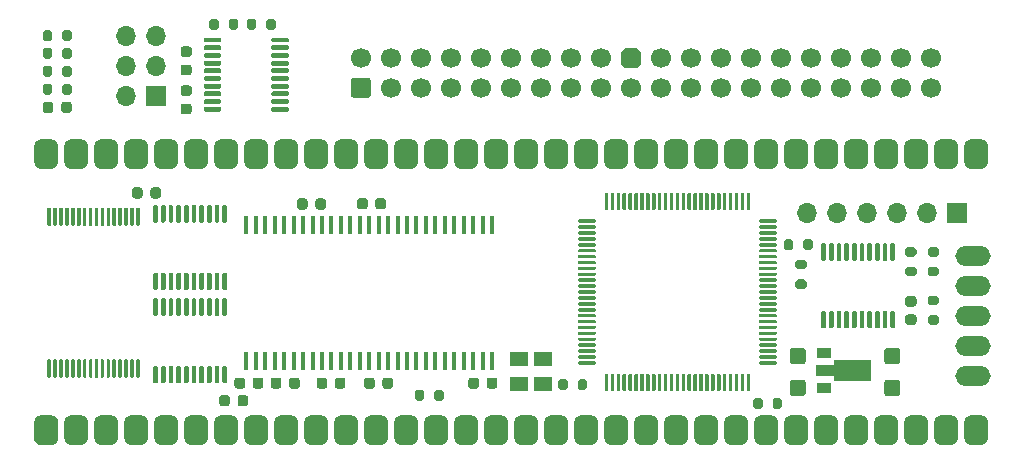
<source format=gts>
G04 #@! TF.GenerationSoftware,KiCad,Pcbnew,9.0.1+1*
G04 #@! TF.CreationDate,2025-12-04T05:02:16+00:00*
G04 #@! TF.ProjectId,RIDE,52494445-2e6b-4696-9361-645f70636258,rev?*
G04 #@! TF.SameCoordinates,Original*
G04 #@! TF.FileFunction,Soldermask,Top*
G04 #@! TF.FilePolarity,Negative*
%FSLAX46Y46*%
G04 Gerber Fmt 4.6, Leading zero omitted, Abs format (unit mm)*
G04 Created by KiCad (PCBNEW 9.0.1+1) date 2025-12-04 05:02:16*
%MOMM*%
%LPD*%
G01*
G04 APERTURE LIST*
%ADD10C,1.700000*%
%ADD11R,0.458000X1.510000*%
%ADD12R,1.503000X1.300000*%
%ADD13O,2.997200X1.676400*%
%ADD14R,1.700000X1.700000*%
%ADD15O,1.700000X1.700000*%
%ADD16R,1.300000X0.900000*%
G04 APERTURE END LIST*
G36*
G01*
X45206200Y5338400D02*
X45206200Y5888400D01*
G75*
G02*
X45406200Y6088400I200000J0D01*
G01*
X45806200Y6088400D01*
G75*
G02*
X46006200Y5888400I0J-200000D01*
G01*
X46006200Y5338400D01*
G75*
G02*
X45806200Y5138400I-200000J0D01*
G01*
X45406200Y5138400D01*
G75*
G02*
X45206200Y5338400I0J200000D01*
G01*
G37*
G36*
G01*
X46856200Y5338400D02*
X46856200Y5888400D01*
G75*
G02*
X47056200Y6088400I200000J0D01*
G01*
X47456200Y6088400D01*
G75*
G02*
X47656200Y5888400I0J-200000D01*
G01*
X47656200Y5338400D01*
G75*
G02*
X47456200Y5138400I-200000J0D01*
G01*
X47056200Y5138400D01*
G75*
G02*
X46856200Y5338400I0J200000D01*
G01*
G37*
G36*
G01*
X73427801Y17562197D02*
X73627801Y17562197D01*
G75*
G02*
X73727801Y17462197I0J-100000D01*
G01*
X73727801Y16187197D01*
G75*
G02*
X73627801Y16087197I-100000J0D01*
G01*
X73427801Y16087197D01*
G75*
G02*
X73327801Y16187197I0J100000D01*
G01*
X73327801Y17462197D01*
G75*
G02*
X73427801Y17562197I100000J0D01*
G01*
G37*
G36*
G01*
X72777801Y17562197D02*
X72977801Y17562197D01*
G75*
G02*
X73077801Y17462197I0J-100000D01*
G01*
X73077801Y16187197D01*
G75*
G02*
X72977801Y16087197I-100000J0D01*
G01*
X72777801Y16087197D01*
G75*
G02*
X72677801Y16187197I0J100000D01*
G01*
X72677801Y17462197D01*
G75*
G02*
X72777801Y17562197I100000J0D01*
G01*
G37*
G36*
G01*
X72127801Y17562197D02*
X72327801Y17562197D01*
G75*
G02*
X72427801Y17462197I0J-100000D01*
G01*
X72427801Y16187197D01*
G75*
G02*
X72327801Y16087197I-100000J0D01*
G01*
X72127801Y16087197D01*
G75*
G02*
X72027801Y16187197I0J100000D01*
G01*
X72027801Y17462197D01*
G75*
G02*
X72127801Y17562197I100000J0D01*
G01*
G37*
G36*
G01*
X71477801Y17562197D02*
X71677801Y17562197D01*
G75*
G02*
X71777801Y17462197I0J-100000D01*
G01*
X71777801Y16187197D01*
G75*
G02*
X71677801Y16087197I-100000J0D01*
G01*
X71477801Y16087197D01*
G75*
G02*
X71377801Y16187197I0J100000D01*
G01*
X71377801Y17462197D01*
G75*
G02*
X71477801Y17562197I100000J0D01*
G01*
G37*
G36*
G01*
X70827801Y17562197D02*
X71027801Y17562197D01*
G75*
G02*
X71127801Y17462197I0J-100000D01*
G01*
X71127801Y16187197D01*
G75*
G02*
X71027801Y16087197I-100000J0D01*
G01*
X70827801Y16087197D01*
G75*
G02*
X70727801Y16187197I0J100000D01*
G01*
X70727801Y17462197D01*
G75*
G02*
X70827801Y17562197I100000J0D01*
G01*
G37*
G36*
G01*
X70177801Y17562197D02*
X70377801Y17562197D01*
G75*
G02*
X70477801Y17462197I0J-100000D01*
G01*
X70477801Y16187197D01*
G75*
G02*
X70377801Y16087197I-100000J0D01*
G01*
X70177801Y16087197D01*
G75*
G02*
X70077801Y16187197I0J100000D01*
G01*
X70077801Y17462197D01*
G75*
G02*
X70177801Y17562197I100000J0D01*
G01*
G37*
G36*
G01*
X69527801Y17562197D02*
X69727801Y17562197D01*
G75*
G02*
X69827801Y17462197I0J-100000D01*
G01*
X69827801Y16187197D01*
G75*
G02*
X69727801Y16087197I-100000J0D01*
G01*
X69527801Y16087197D01*
G75*
G02*
X69427801Y16187197I0J100000D01*
G01*
X69427801Y17462197D01*
G75*
G02*
X69527801Y17562197I100000J0D01*
G01*
G37*
G36*
G01*
X68877801Y17562197D02*
X69077801Y17562197D01*
G75*
G02*
X69177801Y17462197I0J-100000D01*
G01*
X69177801Y16187197D01*
G75*
G02*
X69077801Y16087197I-100000J0D01*
G01*
X68877801Y16087197D01*
G75*
G02*
X68777801Y16187197I0J100000D01*
G01*
X68777801Y17462197D01*
G75*
G02*
X68877801Y17562197I100000J0D01*
G01*
G37*
G36*
G01*
X68227801Y17562197D02*
X68427801Y17562197D01*
G75*
G02*
X68527801Y17462197I0J-100000D01*
G01*
X68527801Y16187197D01*
G75*
G02*
X68427801Y16087197I-100000J0D01*
G01*
X68227801Y16087197D01*
G75*
G02*
X68127801Y16187197I0J100000D01*
G01*
X68127801Y17462197D01*
G75*
G02*
X68227801Y17562197I100000J0D01*
G01*
G37*
G36*
G01*
X67577801Y17562197D02*
X67777801Y17562197D01*
G75*
G02*
X67877801Y17462197I0J-100000D01*
G01*
X67877801Y16187197D01*
G75*
G02*
X67777801Y16087197I-100000J0D01*
G01*
X67577801Y16087197D01*
G75*
G02*
X67477801Y16187197I0J100000D01*
G01*
X67477801Y17462197D01*
G75*
G02*
X67577801Y17562197I100000J0D01*
G01*
G37*
G36*
G01*
X67577801Y11837197D02*
X67777801Y11837197D01*
G75*
G02*
X67877801Y11737197I0J-100000D01*
G01*
X67877801Y10462197D01*
G75*
G02*
X67777801Y10362197I-100000J0D01*
G01*
X67577801Y10362197D01*
G75*
G02*
X67477801Y10462197I0J100000D01*
G01*
X67477801Y11737197D01*
G75*
G02*
X67577801Y11837197I100000J0D01*
G01*
G37*
G36*
G01*
X68227801Y11837197D02*
X68427801Y11837197D01*
G75*
G02*
X68527801Y11737197I0J-100000D01*
G01*
X68527801Y10462197D01*
G75*
G02*
X68427801Y10362197I-100000J0D01*
G01*
X68227801Y10362197D01*
G75*
G02*
X68127801Y10462197I0J100000D01*
G01*
X68127801Y11737197D01*
G75*
G02*
X68227801Y11837197I100000J0D01*
G01*
G37*
G36*
G01*
X68877801Y11837197D02*
X69077801Y11837197D01*
G75*
G02*
X69177801Y11737197I0J-100000D01*
G01*
X69177801Y10462197D01*
G75*
G02*
X69077801Y10362197I-100000J0D01*
G01*
X68877801Y10362197D01*
G75*
G02*
X68777801Y10462197I0J100000D01*
G01*
X68777801Y11737197D01*
G75*
G02*
X68877801Y11837197I100000J0D01*
G01*
G37*
G36*
G01*
X69527801Y11837197D02*
X69727801Y11837197D01*
G75*
G02*
X69827801Y11737197I0J-100000D01*
G01*
X69827801Y10462197D01*
G75*
G02*
X69727801Y10362197I-100000J0D01*
G01*
X69527801Y10362197D01*
G75*
G02*
X69427801Y10462197I0J100000D01*
G01*
X69427801Y11737197D01*
G75*
G02*
X69527801Y11837197I100000J0D01*
G01*
G37*
G36*
G01*
X70177801Y11837197D02*
X70377801Y11837197D01*
G75*
G02*
X70477801Y11737197I0J-100000D01*
G01*
X70477801Y10462197D01*
G75*
G02*
X70377801Y10362197I-100000J0D01*
G01*
X70177801Y10362197D01*
G75*
G02*
X70077801Y10462197I0J100000D01*
G01*
X70077801Y11737197D01*
G75*
G02*
X70177801Y11837197I100000J0D01*
G01*
G37*
G36*
G01*
X70827801Y11837197D02*
X71027801Y11837197D01*
G75*
G02*
X71127801Y11737197I0J-100000D01*
G01*
X71127801Y10462197D01*
G75*
G02*
X71027801Y10362197I-100000J0D01*
G01*
X70827801Y10362197D01*
G75*
G02*
X70727801Y10462197I0J100000D01*
G01*
X70727801Y11737197D01*
G75*
G02*
X70827801Y11837197I100000J0D01*
G01*
G37*
G36*
G01*
X71477801Y11837197D02*
X71677801Y11837197D01*
G75*
G02*
X71777801Y11737197I0J-100000D01*
G01*
X71777801Y10462197D01*
G75*
G02*
X71677801Y10362197I-100000J0D01*
G01*
X71477801Y10362197D01*
G75*
G02*
X71377801Y10462197I0J100000D01*
G01*
X71377801Y11737197D01*
G75*
G02*
X71477801Y11837197I100000J0D01*
G01*
G37*
G36*
G01*
X72127801Y11837197D02*
X72327801Y11837197D01*
G75*
G02*
X72427801Y11737197I0J-100000D01*
G01*
X72427801Y10462197D01*
G75*
G02*
X72327801Y10362197I-100000J0D01*
G01*
X72127801Y10362197D01*
G75*
G02*
X72027801Y10462197I0J100000D01*
G01*
X72027801Y11737197D01*
G75*
G02*
X72127801Y11837197I100000J0D01*
G01*
G37*
G36*
G01*
X72777801Y11837197D02*
X72977801Y11837197D01*
G75*
G02*
X73077801Y11737197I0J-100000D01*
G01*
X73077801Y10462197D01*
G75*
G02*
X72977801Y10362197I-100000J0D01*
G01*
X72777801Y10362197D01*
G75*
G02*
X72677801Y10462197I0J100000D01*
G01*
X72677801Y11737197D01*
G75*
G02*
X72777801Y11837197I100000J0D01*
G01*
G37*
G36*
G01*
X73427801Y11837197D02*
X73627801Y11837197D01*
G75*
G02*
X73727801Y11737197I0J-100000D01*
G01*
X73727801Y10462197D01*
G75*
G02*
X73627801Y10362197I-100000J0D01*
G01*
X73427801Y10362197D01*
G75*
G02*
X73327801Y10462197I0J100000D01*
G01*
X73327801Y11737197D01*
G75*
G02*
X73427801Y11837197I100000J0D01*
G01*
G37*
G36*
G01*
X2191801Y6196503D02*
X2041801Y6196503D01*
G75*
G02*
X1966801Y6271503I0J75000D01*
G01*
X1966801Y7671503D01*
G75*
G02*
X2041801Y7746503I75000J0D01*
G01*
X2191801Y7746503D01*
G75*
G02*
X2266801Y7671503I0J-75000D01*
G01*
X2266801Y6271503D01*
G75*
G02*
X2191801Y6196503I-75000J0D01*
G01*
G37*
G36*
G01*
X2691801Y6196503D02*
X2541801Y6196503D01*
G75*
G02*
X2466801Y6271503I0J75000D01*
G01*
X2466801Y7671503D01*
G75*
G02*
X2541801Y7746503I75000J0D01*
G01*
X2691801Y7746503D01*
G75*
G02*
X2766801Y7671503I0J-75000D01*
G01*
X2766801Y6271503D01*
G75*
G02*
X2691801Y6196503I-75000J0D01*
G01*
G37*
G36*
G01*
X3191801Y6196503D02*
X3041801Y6196503D01*
G75*
G02*
X2966801Y6271503I0J75000D01*
G01*
X2966801Y7671503D01*
G75*
G02*
X3041801Y7746503I75000J0D01*
G01*
X3191801Y7746503D01*
G75*
G02*
X3266801Y7671503I0J-75000D01*
G01*
X3266801Y6271503D01*
G75*
G02*
X3191801Y6196503I-75000J0D01*
G01*
G37*
G36*
G01*
X3691801Y6196503D02*
X3541801Y6196503D01*
G75*
G02*
X3466801Y6271503I0J75000D01*
G01*
X3466801Y7671503D01*
G75*
G02*
X3541801Y7746503I75000J0D01*
G01*
X3691801Y7746503D01*
G75*
G02*
X3766801Y7671503I0J-75000D01*
G01*
X3766801Y6271503D01*
G75*
G02*
X3691801Y6196503I-75000J0D01*
G01*
G37*
G36*
G01*
X4191801Y6196503D02*
X4041801Y6196503D01*
G75*
G02*
X3966801Y6271503I0J75000D01*
G01*
X3966801Y7671503D01*
G75*
G02*
X4041801Y7746503I75000J0D01*
G01*
X4191801Y7746503D01*
G75*
G02*
X4266801Y7671503I0J-75000D01*
G01*
X4266801Y6271503D01*
G75*
G02*
X4191801Y6196503I-75000J0D01*
G01*
G37*
G36*
G01*
X4691801Y6196503D02*
X4541801Y6196503D01*
G75*
G02*
X4466801Y6271503I0J75000D01*
G01*
X4466801Y7671503D01*
G75*
G02*
X4541801Y7746503I75000J0D01*
G01*
X4691801Y7746503D01*
G75*
G02*
X4766801Y7671503I0J-75000D01*
G01*
X4766801Y6271503D01*
G75*
G02*
X4691801Y6196503I-75000J0D01*
G01*
G37*
G36*
G01*
X5191801Y6196503D02*
X5041801Y6196503D01*
G75*
G02*
X4966801Y6271503I0J75000D01*
G01*
X4966801Y7671503D01*
G75*
G02*
X5041801Y7746503I75000J0D01*
G01*
X5191801Y7746503D01*
G75*
G02*
X5266801Y7671503I0J-75000D01*
G01*
X5266801Y6271503D01*
G75*
G02*
X5191801Y6196503I-75000J0D01*
G01*
G37*
G36*
G01*
X5691801Y6196503D02*
X5541801Y6196503D01*
G75*
G02*
X5466801Y6271503I0J75000D01*
G01*
X5466801Y7671503D01*
G75*
G02*
X5541801Y7746503I75000J0D01*
G01*
X5691801Y7746503D01*
G75*
G02*
X5766801Y7671503I0J-75000D01*
G01*
X5766801Y6271503D01*
G75*
G02*
X5691801Y6196503I-75000J0D01*
G01*
G37*
G36*
G01*
X6191801Y6196503D02*
X6041801Y6196503D01*
G75*
G02*
X5966801Y6271503I0J75000D01*
G01*
X5966801Y7671503D01*
G75*
G02*
X6041801Y7746503I75000J0D01*
G01*
X6191801Y7746503D01*
G75*
G02*
X6266801Y7671503I0J-75000D01*
G01*
X6266801Y6271503D01*
G75*
G02*
X6191801Y6196503I-75000J0D01*
G01*
G37*
G36*
G01*
X6691801Y6196503D02*
X6541801Y6196503D01*
G75*
G02*
X6466801Y6271503I0J75000D01*
G01*
X6466801Y7671503D01*
G75*
G02*
X6541801Y7746503I75000J0D01*
G01*
X6691801Y7746503D01*
G75*
G02*
X6766801Y7671503I0J-75000D01*
G01*
X6766801Y6271503D01*
G75*
G02*
X6691801Y6196503I-75000J0D01*
G01*
G37*
G36*
G01*
X7191801Y6196503D02*
X7041801Y6196503D01*
G75*
G02*
X6966801Y6271503I0J75000D01*
G01*
X6966801Y7671503D01*
G75*
G02*
X7041801Y7746503I75000J0D01*
G01*
X7191801Y7746503D01*
G75*
G02*
X7266801Y7671503I0J-75000D01*
G01*
X7266801Y6271503D01*
G75*
G02*
X7191801Y6196503I-75000J0D01*
G01*
G37*
G36*
G01*
X7691801Y6196503D02*
X7541801Y6196503D01*
G75*
G02*
X7466801Y6271503I0J75000D01*
G01*
X7466801Y7671503D01*
G75*
G02*
X7541801Y7746503I75000J0D01*
G01*
X7691801Y7746503D01*
G75*
G02*
X7766801Y7671503I0J-75000D01*
G01*
X7766801Y6271503D01*
G75*
G02*
X7691801Y6196503I-75000J0D01*
G01*
G37*
G36*
G01*
X8191801Y6196503D02*
X8041801Y6196503D01*
G75*
G02*
X7966801Y6271503I0J75000D01*
G01*
X7966801Y7671503D01*
G75*
G02*
X8041801Y7746503I75000J0D01*
G01*
X8191801Y7746503D01*
G75*
G02*
X8266801Y7671503I0J-75000D01*
G01*
X8266801Y6271503D01*
G75*
G02*
X8191801Y6196503I-75000J0D01*
G01*
G37*
G36*
G01*
X8691801Y6196503D02*
X8541801Y6196503D01*
G75*
G02*
X8466801Y6271503I0J75000D01*
G01*
X8466801Y7671503D01*
G75*
G02*
X8541801Y7746503I75000J0D01*
G01*
X8691801Y7746503D01*
G75*
G02*
X8766801Y7671503I0J-75000D01*
G01*
X8766801Y6271503D01*
G75*
G02*
X8691801Y6196503I-75000J0D01*
G01*
G37*
G36*
G01*
X9191801Y6196503D02*
X9041801Y6196503D01*
G75*
G02*
X8966801Y6271503I0J75000D01*
G01*
X8966801Y7671503D01*
G75*
G02*
X9041801Y7746503I75000J0D01*
G01*
X9191801Y7746503D01*
G75*
G02*
X9266801Y7671503I0J-75000D01*
G01*
X9266801Y6271503D01*
G75*
G02*
X9191801Y6196503I-75000J0D01*
G01*
G37*
G36*
G01*
X9691801Y6196503D02*
X9541801Y6196503D01*
G75*
G02*
X9466801Y6271503I0J75000D01*
G01*
X9466801Y7671503D01*
G75*
G02*
X9541801Y7746503I75000J0D01*
G01*
X9691801Y7746503D01*
G75*
G02*
X9766801Y7671503I0J-75000D01*
G01*
X9766801Y6271503D01*
G75*
G02*
X9691801Y6196503I-75000J0D01*
G01*
G37*
G36*
G01*
X9691801Y19046503D02*
X9541801Y19046503D01*
G75*
G02*
X9466801Y19121503I0J75000D01*
G01*
X9466801Y20521503D01*
G75*
G02*
X9541801Y20596503I75000J0D01*
G01*
X9691801Y20596503D01*
G75*
G02*
X9766801Y20521503I0J-75000D01*
G01*
X9766801Y19121503D01*
G75*
G02*
X9691801Y19046503I-75000J0D01*
G01*
G37*
G36*
G01*
X9191801Y19046503D02*
X9041801Y19046503D01*
G75*
G02*
X8966801Y19121503I0J75000D01*
G01*
X8966801Y20521503D01*
G75*
G02*
X9041801Y20596503I75000J0D01*
G01*
X9191801Y20596503D01*
G75*
G02*
X9266801Y20521503I0J-75000D01*
G01*
X9266801Y19121503D01*
G75*
G02*
X9191801Y19046503I-75000J0D01*
G01*
G37*
G36*
G01*
X8691801Y19046503D02*
X8541801Y19046503D01*
G75*
G02*
X8466801Y19121503I0J75000D01*
G01*
X8466801Y20521503D01*
G75*
G02*
X8541801Y20596503I75000J0D01*
G01*
X8691801Y20596503D01*
G75*
G02*
X8766801Y20521503I0J-75000D01*
G01*
X8766801Y19121503D01*
G75*
G02*
X8691801Y19046503I-75000J0D01*
G01*
G37*
G36*
G01*
X8191801Y19046503D02*
X8041801Y19046503D01*
G75*
G02*
X7966801Y19121503I0J75000D01*
G01*
X7966801Y20521503D01*
G75*
G02*
X8041801Y20596503I75000J0D01*
G01*
X8191801Y20596503D01*
G75*
G02*
X8266801Y20521503I0J-75000D01*
G01*
X8266801Y19121503D01*
G75*
G02*
X8191801Y19046503I-75000J0D01*
G01*
G37*
G36*
G01*
X7691801Y19046503D02*
X7541801Y19046503D01*
G75*
G02*
X7466801Y19121503I0J75000D01*
G01*
X7466801Y20521503D01*
G75*
G02*
X7541801Y20596503I75000J0D01*
G01*
X7691801Y20596503D01*
G75*
G02*
X7766801Y20521503I0J-75000D01*
G01*
X7766801Y19121503D01*
G75*
G02*
X7691801Y19046503I-75000J0D01*
G01*
G37*
G36*
G01*
X7191801Y19046503D02*
X7041801Y19046503D01*
G75*
G02*
X6966801Y19121503I0J75000D01*
G01*
X6966801Y20521503D01*
G75*
G02*
X7041801Y20596503I75000J0D01*
G01*
X7191801Y20596503D01*
G75*
G02*
X7266801Y20521503I0J-75000D01*
G01*
X7266801Y19121503D01*
G75*
G02*
X7191801Y19046503I-75000J0D01*
G01*
G37*
G36*
G01*
X6691801Y19046503D02*
X6541801Y19046503D01*
G75*
G02*
X6466801Y19121503I0J75000D01*
G01*
X6466801Y20521503D01*
G75*
G02*
X6541801Y20596503I75000J0D01*
G01*
X6691801Y20596503D01*
G75*
G02*
X6766801Y20521503I0J-75000D01*
G01*
X6766801Y19121503D01*
G75*
G02*
X6691801Y19046503I-75000J0D01*
G01*
G37*
G36*
G01*
X6191801Y19046503D02*
X6041801Y19046503D01*
G75*
G02*
X5966801Y19121503I0J75000D01*
G01*
X5966801Y20521503D01*
G75*
G02*
X6041801Y20596503I75000J0D01*
G01*
X6191801Y20596503D01*
G75*
G02*
X6266801Y20521503I0J-75000D01*
G01*
X6266801Y19121503D01*
G75*
G02*
X6191801Y19046503I-75000J0D01*
G01*
G37*
G36*
G01*
X5691801Y19046503D02*
X5541801Y19046503D01*
G75*
G02*
X5466801Y19121503I0J75000D01*
G01*
X5466801Y20521503D01*
G75*
G02*
X5541801Y20596503I75000J0D01*
G01*
X5691801Y20596503D01*
G75*
G02*
X5766801Y20521503I0J-75000D01*
G01*
X5766801Y19121503D01*
G75*
G02*
X5691801Y19046503I-75000J0D01*
G01*
G37*
G36*
G01*
X5191801Y19046503D02*
X5041801Y19046503D01*
G75*
G02*
X4966801Y19121503I0J75000D01*
G01*
X4966801Y20521503D01*
G75*
G02*
X5041801Y20596503I75000J0D01*
G01*
X5191801Y20596503D01*
G75*
G02*
X5266801Y20521503I0J-75000D01*
G01*
X5266801Y19121503D01*
G75*
G02*
X5191801Y19046503I-75000J0D01*
G01*
G37*
G36*
G01*
X4691801Y19046503D02*
X4541801Y19046503D01*
G75*
G02*
X4466801Y19121503I0J75000D01*
G01*
X4466801Y20521503D01*
G75*
G02*
X4541801Y20596503I75000J0D01*
G01*
X4691801Y20596503D01*
G75*
G02*
X4766801Y20521503I0J-75000D01*
G01*
X4766801Y19121503D01*
G75*
G02*
X4691801Y19046503I-75000J0D01*
G01*
G37*
G36*
G01*
X4191801Y19046503D02*
X4041801Y19046503D01*
G75*
G02*
X3966801Y19121503I0J75000D01*
G01*
X3966801Y20521503D01*
G75*
G02*
X4041801Y20596503I75000J0D01*
G01*
X4191801Y20596503D01*
G75*
G02*
X4266801Y20521503I0J-75000D01*
G01*
X4266801Y19121503D01*
G75*
G02*
X4191801Y19046503I-75000J0D01*
G01*
G37*
G36*
G01*
X3691801Y19046503D02*
X3541801Y19046503D01*
G75*
G02*
X3466801Y19121503I0J75000D01*
G01*
X3466801Y20521503D01*
G75*
G02*
X3541801Y20596503I75000J0D01*
G01*
X3691801Y20596503D01*
G75*
G02*
X3766801Y20521503I0J-75000D01*
G01*
X3766801Y19121503D01*
G75*
G02*
X3691801Y19046503I-75000J0D01*
G01*
G37*
G36*
G01*
X3191801Y19046503D02*
X3041801Y19046503D01*
G75*
G02*
X2966801Y19121503I0J75000D01*
G01*
X2966801Y20521503D01*
G75*
G02*
X3041801Y20596503I75000J0D01*
G01*
X3191801Y20596503D01*
G75*
G02*
X3266801Y20521503I0J-75000D01*
G01*
X3266801Y19121503D01*
G75*
G02*
X3191801Y19046503I-75000J0D01*
G01*
G37*
G36*
G01*
X2691801Y19046503D02*
X2541801Y19046503D01*
G75*
G02*
X2466801Y19121503I0J75000D01*
G01*
X2466801Y20521503D01*
G75*
G02*
X2541801Y20596503I75000J0D01*
G01*
X2691801Y20596503D01*
G75*
G02*
X2766801Y20521503I0J-75000D01*
G01*
X2766801Y19121503D01*
G75*
G02*
X2691801Y19046503I-75000J0D01*
G01*
G37*
G36*
G01*
X2191801Y19046503D02*
X2041801Y19046503D01*
G75*
G02*
X1966801Y19121503I0J75000D01*
G01*
X1966801Y20521503D01*
G75*
G02*
X2041801Y20596503I75000J0D01*
G01*
X2191801Y20596503D01*
G75*
G02*
X2266801Y20521503I0J-75000D01*
G01*
X2266801Y19121503D01*
G75*
G02*
X2191801Y19046503I-75000J0D01*
G01*
G37*
G36*
G01*
X29095601Y29893503D02*
X27895601Y29893503D01*
G75*
G02*
X27645601Y30143503I0J250000D01*
G01*
X27645601Y31343503D01*
G75*
G02*
X27895601Y31593503I250000J0D01*
G01*
X29095601Y31593503D01*
G75*
G02*
X29345601Y31343503I0J-250000D01*
G01*
X29345601Y30143503D01*
G75*
G02*
X29095601Y29893503I-250000J0D01*
G01*
G37*
D10*
X28495601Y33283503D03*
X31035601Y30743503D03*
X31035601Y33283503D03*
X33575601Y30743503D03*
X33575601Y33283503D03*
X36115601Y30743503D03*
X36115601Y33283503D03*
X38655601Y30743503D03*
X38655601Y33283503D03*
X41195601Y30743503D03*
X41195601Y33283503D03*
X43735601Y30743503D03*
X43735601Y33283503D03*
X46275601Y30743503D03*
X46275601Y33283503D03*
X48815601Y30743503D03*
X48815601Y33283503D03*
X51355601Y30743503D03*
G36*
X50845601Y32433503D02*
G01*
X50505601Y32773503D01*
X50505601Y33793503D01*
X50845601Y34133503D01*
X51865601Y34133503D01*
X52205601Y33793503D01*
X52205601Y32773503D01*
X51865601Y32433503D01*
X50845601Y32433503D01*
G37*
X53895601Y30743503D03*
X53895601Y33283503D03*
X56435601Y30743503D03*
X56435601Y33283503D03*
X58975601Y30743503D03*
X58975601Y33283503D03*
X61515601Y30743503D03*
X61515601Y33283503D03*
X64055601Y30743503D03*
X64055601Y33283503D03*
X66595601Y30743503D03*
X66595601Y33283503D03*
X69135601Y30743503D03*
X69135601Y33283503D03*
X71675601Y30743503D03*
X71675601Y33283503D03*
X74215601Y30743503D03*
X74215601Y33283503D03*
X76755601Y30743503D03*
X76755601Y33283503D03*
G36*
G01*
X16504200Y3991800D02*
X16504200Y4491800D01*
G75*
G02*
X16729200Y4716800I225000J0D01*
G01*
X17179200Y4716800D01*
G75*
G02*
X17404200Y4491800I0J-225000D01*
G01*
X17404200Y3991800D01*
G75*
G02*
X17179200Y3766800I-225000J0D01*
G01*
X16729200Y3766800D01*
G75*
G02*
X16504200Y3991800I0J225000D01*
G01*
G37*
G36*
G01*
X18054200Y3991800D02*
X18054200Y4491800D01*
G75*
G02*
X18279200Y4716800I225000J0D01*
G01*
X18729200Y4716800D01*
G75*
G02*
X18954200Y4491800I0J-225000D01*
G01*
X18954200Y3991800D01*
G75*
G02*
X18729200Y3766800I-225000J0D01*
G01*
X18279200Y3766800D01*
G75*
G02*
X18054200Y3991800I0J225000D01*
G01*
G37*
D11*
X18808004Y7646503D03*
X19608004Y7646503D03*
X20408004Y7646503D03*
X21208004Y7646503D03*
X22008004Y7646503D03*
X22808004Y7646503D03*
X23608004Y7646503D03*
X24408004Y7646503D03*
X25208004Y7646503D03*
X26008004Y7646503D03*
X26808004Y7646503D03*
X27608004Y7646503D03*
X28408004Y7646503D03*
X29208004Y7646503D03*
X30008004Y7646503D03*
X30808004Y7646503D03*
X31608004Y7646503D03*
X32408004Y7646503D03*
X33208004Y7646503D03*
X34008004Y7646503D03*
X34808004Y7646503D03*
X35608004Y7646503D03*
X36408004Y7646503D03*
X37208004Y7646503D03*
X38008004Y7646503D03*
X38808004Y7646503D03*
X39608004Y7646503D03*
X39608004Y19146503D03*
X38808004Y19146503D03*
X38008004Y19146503D03*
X37208004Y19146503D03*
X36408004Y19146503D03*
X35608004Y19146503D03*
X34808004Y19146503D03*
X34008004Y19146503D03*
X33208004Y19146503D03*
X32408004Y19146503D03*
X31608004Y19146503D03*
X30808004Y19146503D03*
X30008004Y19146503D03*
X29208004Y19146503D03*
X28408004Y19146503D03*
X27608004Y19146503D03*
X26808004Y19146503D03*
X26008004Y19146503D03*
X25208004Y19146503D03*
X24408004Y19146503D03*
X23608004Y19146503D03*
X22808004Y19146503D03*
X22008004Y19146503D03*
X21208004Y19146503D03*
X20408004Y19146503D03*
X19608004Y19146503D03*
X18808004Y19146503D03*
D12*
X41848700Y7781000D03*
X41848700Y5681000D03*
X43901700Y5681000D03*
X43901700Y7781000D03*
G36*
G01*
X28771801Y5484003D02*
X28771801Y5984003D01*
G75*
G02*
X28996801Y6209003I225000J0D01*
G01*
X29446801Y6209003D01*
G75*
G02*
X29671801Y5984003I0J-225000D01*
G01*
X29671801Y5484003D01*
G75*
G02*
X29446801Y5259003I-225000J0D01*
G01*
X28996801Y5259003D01*
G75*
G02*
X28771801Y5484003I0J225000D01*
G01*
G37*
G36*
G01*
X30321801Y5484003D02*
X30321801Y5984003D01*
G75*
G02*
X30546801Y6209003I225000J0D01*
G01*
X30996801Y6209003D01*
G75*
G02*
X31221801Y5984003I0J-225000D01*
G01*
X31221801Y5484003D01*
G75*
G02*
X30996801Y5259003I-225000J0D01*
G01*
X30546801Y5259003D01*
G75*
G02*
X30321801Y5484003I0J225000D01*
G01*
G37*
G36*
G01*
X22392801Y29026604D02*
X22392801Y28826604D01*
G75*
G02*
X22292801Y28726604I-100000J0D01*
G01*
X21017801Y28726604D01*
G75*
G02*
X20917801Y28826604I0J100000D01*
G01*
X20917801Y29026604D01*
G75*
G02*
X21017801Y29126604I100000J0D01*
G01*
X22292801Y29126604D01*
G75*
G02*
X22392801Y29026604I0J-100000D01*
G01*
G37*
G36*
G01*
X22392801Y29676604D02*
X22392801Y29476604D01*
G75*
G02*
X22292801Y29376604I-100000J0D01*
G01*
X21017801Y29376604D01*
G75*
G02*
X20917801Y29476604I0J100000D01*
G01*
X20917801Y29676604D01*
G75*
G02*
X21017801Y29776604I100000J0D01*
G01*
X22292801Y29776604D01*
G75*
G02*
X22392801Y29676604I0J-100000D01*
G01*
G37*
G36*
G01*
X22392801Y30326604D02*
X22392801Y30126604D01*
G75*
G02*
X22292801Y30026604I-100000J0D01*
G01*
X21017801Y30026604D01*
G75*
G02*
X20917801Y30126604I0J100000D01*
G01*
X20917801Y30326604D01*
G75*
G02*
X21017801Y30426604I100000J0D01*
G01*
X22292801Y30426604D01*
G75*
G02*
X22392801Y30326604I0J-100000D01*
G01*
G37*
G36*
G01*
X22392801Y30976604D02*
X22392801Y30776604D01*
G75*
G02*
X22292801Y30676604I-100000J0D01*
G01*
X21017801Y30676604D01*
G75*
G02*
X20917801Y30776604I0J100000D01*
G01*
X20917801Y30976604D01*
G75*
G02*
X21017801Y31076604I100000J0D01*
G01*
X22292801Y31076604D01*
G75*
G02*
X22392801Y30976604I0J-100000D01*
G01*
G37*
G36*
G01*
X22392801Y31626604D02*
X22392801Y31426604D01*
G75*
G02*
X22292801Y31326604I-100000J0D01*
G01*
X21017801Y31326604D01*
G75*
G02*
X20917801Y31426604I0J100000D01*
G01*
X20917801Y31626604D01*
G75*
G02*
X21017801Y31726604I100000J0D01*
G01*
X22292801Y31726604D01*
G75*
G02*
X22392801Y31626604I0J-100000D01*
G01*
G37*
G36*
G01*
X22392801Y32276604D02*
X22392801Y32076604D01*
G75*
G02*
X22292801Y31976604I-100000J0D01*
G01*
X21017801Y31976604D01*
G75*
G02*
X20917801Y32076604I0J100000D01*
G01*
X20917801Y32276604D01*
G75*
G02*
X21017801Y32376604I100000J0D01*
G01*
X22292801Y32376604D01*
G75*
G02*
X22392801Y32276604I0J-100000D01*
G01*
G37*
G36*
G01*
X22392801Y32926604D02*
X22392801Y32726604D01*
G75*
G02*
X22292801Y32626604I-100000J0D01*
G01*
X21017801Y32626604D01*
G75*
G02*
X20917801Y32726604I0J100000D01*
G01*
X20917801Y32926604D01*
G75*
G02*
X21017801Y33026604I100000J0D01*
G01*
X22292801Y33026604D01*
G75*
G02*
X22392801Y32926604I0J-100000D01*
G01*
G37*
G36*
G01*
X22392801Y33576604D02*
X22392801Y33376604D01*
G75*
G02*
X22292801Y33276604I-100000J0D01*
G01*
X21017801Y33276604D01*
G75*
G02*
X20917801Y33376604I0J100000D01*
G01*
X20917801Y33576604D01*
G75*
G02*
X21017801Y33676604I100000J0D01*
G01*
X22292801Y33676604D01*
G75*
G02*
X22392801Y33576604I0J-100000D01*
G01*
G37*
G36*
G01*
X22392801Y34226604D02*
X22392801Y34026604D01*
G75*
G02*
X22292801Y33926604I-100000J0D01*
G01*
X21017801Y33926604D01*
G75*
G02*
X20917801Y34026604I0J100000D01*
G01*
X20917801Y34226604D01*
G75*
G02*
X21017801Y34326604I100000J0D01*
G01*
X22292801Y34326604D01*
G75*
G02*
X22392801Y34226604I0J-100000D01*
G01*
G37*
G36*
G01*
X22392801Y34876604D02*
X22392801Y34676604D01*
G75*
G02*
X22292801Y34576604I-100000J0D01*
G01*
X21017801Y34576604D01*
G75*
G02*
X20917801Y34676604I0J100000D01*
G01*
X20917801Y34876604D01*
G75*
G02*
X21017801Y34976604I100000J0D01*
G01*
X22292801Y34976604D01*
G75*
G02*
X22392801Y34876604I0J-100000D01*
G01*
G37*
G36*
G01*
X16667801Y34876604D02*
X16667801Y34676604D01*
G75*
G02*
X16567801Y34576604I-100000J0D01*
G01*
X15292801Y34576604D01*
G75*
G02*
X15192801Y34676604I0J100000D01*
G01*
X15192801Y34876604D01*
G75*
G02*
X15292801Y34976604I100000J0D01*
G01*
X16567801Y34976604D01*
G75*
G02*
X16667801Y34876604I0J-100000D01*
G01*
G37*
G36*
G01*
X16667801Y34226604D02*
X16667801Y34026604D01*
G75*
G02*
X16567801Y33926604I-100000J0D01*
G01*
X15292801Y33926604D01*
G75*
G02*
X15192801Y34026604I0J100000D01*
G01*
X15192801Y34226604D01*
G75*
G02*
X15292801Y34326604I100000J0D01*
G01*
X16567801Y34326604D01*
G75*
G02*
X16667801Y34226604I0J-100000D01*
G01*
G37*
G36*
G01*
X16667801Y33576604D02*
X16667801Y33376604D01*
G75*
G02*
X16567801Y33276604I-100000J0D01*
G01*
X15292801Y33276604D01*
G75*
G02*
X15192801Y33376604I0J100000D01*
G01*
X15192801Y33576604D01*
G75*
G02*
X15292801Y33676604I100000J0D01*
G01*
X16567801Y33676604D01*
G75*
G02*
X16667801Y33576604I0J-100000D01*
G01*
G37*
G36*
G01*
X16667801Y32926604D02*
X16667801Y32726604D01*
G75*
G02*
X16567801Y32626604I-100000J0D01*
G01*
X15292801Y32626604D01*
G75*
G02*
X15192801Y32726604I0J100000D01*
G01*
X15192801Y32926604D01*
G75*
G02*
X15292801Y33026604I100000J0D01*
G01*
X16567801Y33026604D01*
G75*
G02*
X16667801Y32926604I0J-100000D01*
G01*
G37*
G36*
G01*
X16667801Y32276604D02*
X16667801Y32076604D01*
G75*
G02*
X16567801Y31976604I-100000J0D01*
G01*
X15292801Y31976604D01*
G75*
G02*
X15192801Y32076604I0J100000D01*
G01*
X15192801Y32276604D01*
G75*
G02*
X15292801Y32376604I100000J0D01*
G01*
X16567801Y32376604D01*
G75*
G02*
X16667801Y32276604I0J-100000D01*
G01*
G37*
G36*
G01*
X16667801Y31626604D02*
X16667801Y31426604D01*
G75*
G02*
X16567801Y31326604I-100000J0D01*
G01*
X15292801Y31326604D01*
G75*
G02*
X15192801Y31426604I0J100000D01*
G01*
X15192801Y31626604D01*
G75*
G02*
X15292801Y31726604I100000J0D01*
G01*
X16567801Y31726604D01*
G75*
G02*
X16667801Y31626604I0J-100000D01*
G01*
G37*
G36*
G01*
X16667801Y30976604D02*
X16667801Y30776604D01*
G75*
G02*
X16567801Y30676604I-100000J0D01*
G01*
X15292801Y30676604D01*
G75*
G02*
X15192801Y30776604I0J100000D01*
G01*
X15192801Y30976604D01*
G75*
G02*
X15292801Y31076604I100000J0D01*
G01*
X16567801Y31076604D01*
G75*
G02*
X16667801Y30976604I0J-100000D01*
G01*
G37*
G36*
G01*
X16667801Y30326604D02*
X16667801Y30126604D01*
G75*
G02*
X16567801Y30026604I-100000J0D01*
G01*
X15292801Y30026604D01*
G75*
G02*
X15192801Y30126604I0J100000D01*
G01*
X15192801Y30326604D01*
G75*
G02*
X15292801Y30426604I100000J0D01*
G01*
X16567801Y30426604D01*
G75*
G02*
X16667801Y30326604I0J-100000D01*
G01*
G37*
G36*
G01*
X16667801Y29676604D02*
X16667801Y29476604D01*
G75*
G02*
X16567801Y29376604I-100000J0D01*
G01*
X15292801Y29376604D01*
G75*
G02*
X15192801Y29476604I0J100000D01*
G01*
X15192801Y29676604D01*
G75*
G02*
X15292801Y29776604I100000J0D01*
G01*
X16567801Y29776604D01*
G75*
G02*
X16667801Y29676604I0J-100000D01*
G01*
G37*
G36*
G01*
X16667801Y29026604D02*
X16667801Y28826604D01*
G75*
G02*
X16567801Y28726604I-100000J0D01*
G01*
X15292801Y28726604D01*
G75*
G02*
X15192801Y28826604I0J100000D01*
G01*
X15192801Y29026604D01*
G75*
G02*
X15292801Y29126604I100000J0D01*
G01*
X16567801Y29126604D01*
G75*
G02*
X16667801Y29026604I0J-100000D01*
G01*
G37*
G36*
G01*
X13962805Y28493000D02*
X13462805Y28493000D01*
G75*
G02*
X13237805Y28718000I0J225000D01*
G01*
X13237805Y29168000D01*
G75*
G02*
X13462805Y29393000I225000J0D01*
G01*
X13962805Y29393000D01*
G75*
G02*
X14187805Y29168000I0J-225000D01*
G01*
X14187805Y28718000D01*
G75*
G02*
X13962805Y28493000I-225000J0D01*
G01*
G37*
G36*
G01*
X13962805Y30043000D02*
X13462805Y30043000D01*
G75*
G02*
X13237805Y30268000I0J225000D01*
G01*
X13237805Y30718000D01*
G75*
G02*
X13462805Y30943000I225000J0D01*
G01*
X13962805Y30943000D01*
G75*
G02*
X14187805Y30718000I0J-225000D01*
G01*
X14187805Y30268000D01*
G75*
G02*
X13962805Y30043000I-225000J0D01*
G01*
G37*
G36*
G01*
X73907200Y4620003D02*
X73057200Y4620003D01*
G75*
G02*
X72807200Y4870003I0J250000D01*
G01*
X72807200Y5770003D01*
G75*
G02*
X73057200Y6020003I250000J0D01*
G01*
X73907200Y6020003D01*
G75*
G02*
X74157200Y5770003I0J-250000D01*
G01*
X74157200Y4870003D01*
G75*
G02*
X73907200Y4620003I-250000J0D01*
G01*
G37*
G36*
G01*
X73907200Y7320003D02*
X73057200Y7320003D01*
G75*
G02*
X72807200Y7570003I0J250000D01*
G01*
X72807200Y8470003D01*
G75*
G02*
X73057200Y8720003I250000J0D01*
G01*
X73907200Y8720003D01*
G75*
G02*
X74157200Y8470003I0J-250000D01*
G01*
X74157200Y7570003D01*
G75*
G02*
X73907200Y7320003I-250000J0D01*
G01*
G37*
G36*
G01*
X75318001Y10657103D02*
X74818001Y10657103D01*
G75*
G02*
X74593001Y10882103I0J225000D01*
G01*
X74593001Y11332103D01*
G75*
G02*
X74818001Y11557103I225000J0D01*
G01*
X75318001Y11557103D01*
G75*
G02*
X75543001Y11332103I0J-225000D01*
G01*
X75543001Y10882103D01*
G75*
G02*
X75318001Y10657103I-225000J0D01*
G01*
G37*
G36*
G01*
X75318001Y12207103D02*
X74818001Y12207103D01*
G75*
G02*
X74593001Y12432103I0J225000D01*
G01*
X74593001Y12882103D01*
G75*
G02*
X74818001Y13107103I225000J0D01*
G01*
X75318001Y13107103D01*
G75*
G02*
X75543001Y12882103I0J-225000D01*
G01*
X75543001Y12432103D01*
G75*
G02*
X75318001Y12207103I-225000J0D01*
G01*
G37*
G36*
G01*
X40045604Y5984003D02*
X40045604Y5484003D01*
G75*
G02*
X39820604Y5259003I-225000J0D01*
G01*
X39370604Y5259003D01*
G75*
G02*
X39145604Y5484003I0J225000D01*
G01*
X39145604Y5984003D01*
G75*
G02*
X39370604Y6209003I225000J0D01*
G01*
X39820604Y6209003D01*
G75*
G02*
X40045604Y5984003I0J-225000D01*
G01*
G37*
G36*
G01*
X38495604Y5984003D02*
X38495604Y5484003D01*
G75*
G02*
X38270604Y5259003I-225000J0D01*
G01*
X37820604Y5259003D01*
G75*
G02*
X37595604Y5484003I0J225000D01*
G01*
X37595604Y5984003D01*
G75*
G02*
X37820604Y6209003I225000J0D01*
G01*
X38270604Y6209003D01*
G75*
G02*
X38495604Y5984003I0J-225000D01*
G01*
G37*
G36*
G01*
X13462805Y34245000D02*
X13962805Y34245000D01*
G75*
G02*
X14187805Y34020000I0J-225000D01*
G01*
X14187805Y33570000D01*
G75*
G02*
X13962805Y33345000I-225000J0D01*
G01*
X13462805Y33345000D01*
G75*
G02*
X13237805Y33570000I0J225000D01*
G01*
X13237805Y34020000D01*
G75*
G02*
X13462805Y34245000I225000J0D01*
G01*
G37*
G36*
G01*
X13462805Y32695000D02*
X13962805Y32695000D01*
G75*
G02*
X14187805Y32470000I0J-225000D01*
G01*
X14187805Y32020000D01*
G75*
G02*
X13962805Y31795000I-225000J0D01*
G01*
X13462805Y31795000D01*
G75*
G02*
X13237805Y32020000I0J225000D01*
G01*
X13237805Y32470000D01*
G75*
G02*
X13462805Y32695000I225000J0D01*
G01*
G37*
G36*
G01*
X65906200Y4630200D02*
X65056200Y4630200D01*
G75*
G02*
X64806200Y4880200I0J250000D01*
G01*
X64806200Y5780200D01*
G75*
G02*
X65056200Y6030200I250000J0D01*
G01*
X65906200Y6030200D01*
G75*
G02*
X66156200Y5780200I0J-250000D01*
G01*
X66156200Y4880200D01*
G75*
G02*
X65906200Y4630200I-250000J0D01*
G01*
G37*
G36*
G01*
X65906200Y7330200D02*
X65056200Y7330200D01*
G75*
G02*
X64806200Y7580200I0J250000D01*
G01*
X64806200Y8480200D01*
G75*
G02*
X65056200Y8730200I250000J0D01*
G01*
X65906200Y8730200D01*
G75*
G02*
X66156200Y8480200I0J-250000D01*
G01*
X66156200Y7580200D01*
G75*
G02*
X65906200Y7330200I-250000J0D01*
G01*
G37*
G36*
G01*
X11217615Y13606503D02*
X11017615Y13606503D01*
G75*
G02*
X10917615Y13706503I0J100000D01*
G01*
X10917615Y14981503D01*
G75*
G02*
X11017615Y15081503I100000J0D01*
G01*
X11217615Y15081503D01*
G75*
G02*
X11317615Y14981503I0J-100000D01*
G01*
X11317615Y13706503D01*
G75*
G02*
X11217615Y13606503I-100000J0D01*
G01*
G37*
G36*
G01*
X11867615Y13606503D02*
X11667615Y13606503D01*
G75*
G02*
X11567615Y13706503I0J100000D01*
G01*
X11567615Y14981503D01*
G75*
G02*
X11667615Y15081503I100000J0D01*
G01*
X11867615Y15081503D01*
G75*
G02*
X11967615Y14981503I0J-100000D01*
G01*
X11967615Y13706503D01*
G75*
G02*
X11867615Y13606503I-100000J0D01*
G01*
G37*
G36*
G01*
X12517615Y13606503D02*
X12317615Y13606503D01*
G75*
G02*
X12217615Y13706503I0J100000D01*
G01*
X12217615Y14981503D01*
G75*
G02*
X12317615Y15081503I100000J0D01*
G01*
X12517615Y15081503D01*
G75*
G02*
X12617615Y14981503I0J-100000D01*
G01*
X12617615Y13706503D01*
G75*
G02*
X12517615Y13606503I-100000J0D01*
G01*
G37*
G36*
G01*
X13167615Y13606503D02*
X12967615Y13606503D01*
G75*
G02*
X12867615Y13706503I0J100000D01*
G01*
X12867615Y14981503D01*
G75*
G02*
X12967615Y15081503I100000J0D01*
G01*
X13167615Y15081503D01*
G75*
G02*
X13267615Y14981503I0J-100000D01*
G01*
X13267615Y13706503D01*
G75*
G02*
X13167615Y13606503I-100000J0D01*
G01*
G37*
G36*
G01*
X13817615Y13606503D02*
X13617615Y13606503D01*
G75*
G02*
X13517615Y13706503I0J100000D01*
G01*
X13517615Y14981503D01*
G75*
G02*
X13617615Y15081503I100000J0D01*
G01*
X13817615Y15081503D01*
G75*
G02*
X13917615Y14981503I0J-100000D01*
G01*
X13917615Y13706503D01*
G75*
G02*
X13817615Y13606503I-100000J0D01*
G01*
G37*
G36*
G01*
X14467615Y13606503D02*
X14267615Y13606503D01*
G75*
G02*
X14167615Y13706503I0J100000D01*
G01*
X14167615Y14981503D01*
G75*
G02*
X14267615Y15081503I100000J0D01*
G01*
X14467615Y15081503D01*
G75*
G02*
X14567615Y14981503I0J-100000D01*
G01*
X14567615Y13706503D01*
G75*
G02*
X14467615Y13606503I-100000J0D01*
G01*
G37*
G36*
G01*
X15117615Y13606503D02*
X14917615Y13606503D01*
G75*
G02*
X14817615Y13706503I0J100000D01*
G01*
X14817615Y14981503D01*
G75*
G02*
X14917615Y15081503I100000J0D01*
G01*
X15117615Y15081503D01*
G75*
G02*
X15217615Y14981503I0J-100000D01*
G01*
X15217615Y13706503D01*
G75*
G02*
X15117615Y13606503I-100000J0D01*
G01*
G37*
G36*
G01*
X15767615Y13606503D02*
X15567615Y13606503D01*
G75*
G02*
X15467615Y13706503I0J100000D01*
G01*
X15467615Y14981503D01*
G75*
G02*
X15567615Y15081503I100000J0D01*
G01*
X15767615Y15081503D01*
G75*
G02*
X15867615Y14981503I0J-100000D01*
G01*
X15867615Y13706503D01*
G75*
G02*
X15767615Y13606503I-100000J0D01*
G01*
G37*
G36*
G01*
X16417615Y13606503D02*
X16217615Y13606503D01*
G75*
G02*
X16117615Y13706503I0J100000D01*
G01*
X16117615Y14981503D01*
G75*
G02*
X16217615Y15081503I100000J0D01*
G01*
X16417615Y15081503D01*
G75*
G02*
X16517615Y14981503I0J-100000D01*
G01*
X16517615Y13706503D01*
G75*
G02*
X16417615Y13606503I-100000J0D01*
G01*
G37*
G36*
G01*
X17067615Y13606503D02*
X16867615Y13606503D01*
G75*
G02*
X16767615Y13706503I0J100000D01*
G01*
X16767615Y14981503D01*
G75*
G02*
X16867615Y15081503I100000J0D01*
G01*
X17067615Y15081503D01*
G75*
G02*
X17167615Y14981503I0J-100000D01*
G01*
X17167615Y13706503D01*
G75*
G02*
X17067615Y13606503I-100000J0D01*
G01*
G37*
G36*
G01*
X17067615Y19331503D02*
X16867615Y19331503D01*
G75*
G02*
X16767615Y19431503I0J100000D01*
G01*
X16767615Y20706503D01*
G75*
G02*
X16867615Y20806503I100000J0D01*
G01*
X17067615Y20806503D01*
G75*
G02*
X17167615Y20706503I0J-100000D01*
G01*
X17167615Y19431503D01*
G75*
G02*
X17067615Y19331503I-100000J0D01*
G01*
G37*
G36*
G01*
X16417615Y19331503D02*
X16217615Y19331503D01*
G75*
G02*
X16117615Y19431503I0J100000D01*
G01*
X16117615Y20706503D01*
G75*
G02*
X16217615Y20806503I100000J0D01*
G01*
X16417615Y20806503D01*
G75*
G02*
X16517615Y20706503I0J-100000D01*
G01*
X16517615Y19431503D01*
G75*
G02*
X16417615Y19331503I-100000J0D01*
G01*
G37*
G36*
G01*
X15767615Y19331503D02*
X15567615Y19331503D01*
G75*
G02*
X15467615Y19431503I0J100000D01*
G01*
X15467615Y20706503D01*
G75*
G02*
X15567615Y20806503I100000J0D01*
G01*
X15767615Y20806503D01*
G75*
G02*
X15867615Y20706503I0J-100000D01*
G01*
X15867615Y19431503D01*
G75*
G02*
X15767615Y19331503I-100000J0D01*
G01*
G37*
G36*
G01*
X15117615Y19331503D02*
X14917615Y19331503D01*
G75*
G02*
X14817615Y19431503I0J100000D01*
G01*
X14817615Y20706503D01*
G75*
G02*
X14917615Y20806503I100000J0D01*
G01*
X15117615Y20806503D01*
G75*
G02*
X15217615Y20706503I0J-100000D01*
G01*
X15217615Y19431503D01*
G75*
G02*
X15117615Y19331503I-100000J0D01*
G01*
G37*
G36*
G01*
X14467615Y19331503D02*
X14267615Y19331503D01*
G75*
G02*
X14167615Y19431503I0J100000D01*
G01*
X14167615Y20706503D01*
G75*
G02*
X14267615Y20806503I100000J0D01*
G01*
X14467615Y20806503D01*
G75*
G02*
X14567615Y20706503I0J-100000D01*
G01*
X14567615Y19431503D01*
G75*
G02*
X14467615Y19331503I-100000J0D01*
G01*
G37*
G36*
G01*
X13817615Y19331503D02*
X13617615Y19331503D01*
G75*
G02*
X13517615Y19431503I0J100000D01*
G01*
X13517615Y20706503D01*
G75*
G02*
X13617615Y20806503I100000J0D01*
G01*
X13817615Y20806503D01*
G75*
G02*
X13917615Y20706503I0J-100000D01*
G01*
X13917615Y19431503D01*
G75*
G02*
X13817615Y19331503I-100000J0D01*
G01*
G37*
G36*
G01*
X13167615Y19331503D02*
X12967615Y19331503D01*
G75*
G02*
X12867615Y19431503I0J100000D01*
G01*
X12867615Y20706503D01*
G75*
G02*
X12967615Y20806503I100000J0D01*
G01*
X13167615Y20806503D01*
G75*
G02*
X13267615Y20706503I0J-100000D01*
G01*
X13267615Y19431503D01*
G75*
G02*
X13167615Y19331503I-100000J0D01*
G01*
G37*
G36*
G01*
X12517615Y19331503D02*
X12317615Y19331503D01*
G75*
G02*
X12217615Y19431503I0J100000D01*
G01*
X12217615Y20706503D01*
G75*
G02*
X12317615Y20806503I100000J0D01*
G01*
X12517615Y20806503D01*
G75*
G02*
X12617615Y20706503I0J-100000D01*
G01*
X12617615Y19431503D01*
G75*
G02*
X12517615Y19331503I-100000J0D01*
G01*
G37*
G36*
G01*
X11867615Y19331503D02*
X11667615Y19331503D01*
G75*
G02*
X11567615Y19431503I0J100000D01*
G01*
X11567615Y20706503D01*
G75*
G02*
X11667615Y20806503I100000J0D01*
G01*
X11867615Y20806503D01*
G75*
G02*
X11967615Y20706503I0J-100000D01*
G01*
X11967615Y19431503D01*
G75*
G02*
X11867615Y19331503I-100000J0D01*
G01*
G37*
G36*
G01*
X11217615Y19331503D02*
X11017615Y19331503D01*
G75*
G02*
X10917615Y19431503I0J100000D01*
G01*
X10917615Y20706503D01*
G75*
G02*
X11017615Y20806503I100000J0D01*
G01*
X11217615Y20806503D01*
G75*
G02*
X11317615Y20706503I0J-100000D01*
G01*
X11317615Y19431503D01*
G75*
G02*
X11217615Y19331503I-100000J0D01*
G01*
G37*
G36*
G01*
X33065000Y4433503D02*
X33065000Y4983503D01*
G75*
G02*
X33265000Y5183503I200000J0D01*
G01*
X33665000Y5183503D01*
G75*
G02*
X33865000Y4983503I0J-200000D01*
G01*
X33865000Y4433503D01*
G75*
G02*
X33665000Y4233503I-200000J0D01*
G01*
X33265000Y4233503D01*
G75*
G02*
X33065000Y4433503I0J200000D01*
G01*
G37*
G36*
G01*
X34715000Y4433503D02*
X34715000Y4983503D01*
G75*
G02*
X34915000Y5183503I200000J0D01*
G01*
X35315000Y5183503D01*
G75*
G02*
X35515000Y4983503I0J-200000D01*
G01*
X35515000Y4433503D01*
G75*
G02*
X35315000Y4233503I-200000J0D01*
G01*
X34915000Y4233503D01*
G75*
G02*
X34715000Y4433503I0J200000D01*
G01*
G37*
G36*
G01*
X15666000Y35843800D02*
X15666000Y36393800D01*
G75*
G02*
X15866000Y36593800I200000J0D01*
G01*
X16266000Y36593800D01*
G75*
G02*
X16466000Y36393800I0J-200000D01*
G01*
X16466000Y35843800D01*
G75*
G02*
X16266000Y35643800I-200000J0D01*
G01*
X15866000Y35643800D01*
G75*
G02*
X15666000Y35843800I0J200000D01*
G01*
G37*
G36*
G01*
X17316000Y35843800D02*
X17316000Y36393800D01*
G75*
G02*
X17516000Y36593800I200000J0D01*
G01*
X17916000Y36593800D01*
G75*
G02*
X18116000Y36393800I0J-200000D01*
G01*
X18116000Y35843800D01*
G75*
G02*
X17916000Y35643800I-200000J0D01*
G01*
X17516000Y35643800D01*
G75*
G02*
X17316000Y35843800I0J200000D01*
G01*
G37*
G36*
G01*
X74793001Y17236897D02*
X75343001Y17236897D01*
G75*
G02*
X75543001Y17036897I0J-200000D01*
G01*
X75543001Y16636897D01*
G75*
G02*
X75343001Y16436897I-200000J0D01*
G01*
X74793001Y16436897D01*
G75*
G02*
X74593001Y16636897I0J200000D01*
G01*
X74593001Y17036897D01*
G75*
G02*
X74793001Y17236897I200000J0D01*
G01*
G37*
G36*
G01*
X74793001Y15586897D02*
X75343001Y15586897D01*
G75*
G02*
X75543001Y15386897I0J-200000D01*
G01*
X75543001Y14986897D01*
G75*
G02*
X75343001Y14786897I-200000J0D01*
G01*
X74793001Y14786897D01*
G75*
G02*
X74593001Y14986897I0J200000D01*
G01*
X74593001Y15386897D01*
G75*
G02*
X74793001Y15586897I200000J0D01*
G01*
G37*
G36*
G01*
X66757000Y17724800D02*
X66757000Y17174800D01*
G75*
G02*
X66557000Y16974800I-200000J0D01*
G01*
X66157000Y16974800D01*
G75*
G02*
X65957000Y17174800I0J200000D01*
G01*
X65957000Y17724800D01*
G75*
G02*
X66157000Y17924800I200000J0D01*
G01*
X66557000Y17924800D01*
G75*
G02*
X66757000Y17724800I0J-200000D01*
G01*
G37*
G36*
G01*
X65107000Y17724800D02*
X65107000Y17174800D01*
G75*
G02*
X64907000Y16974800I-200000J0D01*
G01*
X64507000Y16974800D01*
G75*
G02*
X64307000Y17174800I0J200000D01*
G01*
X64307000Y17724800D01*
G75*
G02*
X64507000Y17924800I200000J0D01*
G01*
X64907000Y17924800D01*
G75*
G02*
X65107000Y17724800I0J-200000D01*
G01*
G37*
G36*
G01*
X20873000Y5484003D02*
X20873000Y5984003D01*
G75*
G02*
X21098000Y6209003I225000J0D01*
G01*
X21548000Y6209003D01*
G75*
G02*
X21773000Y5984003I0J-225000D01*
G01*
X21773000Y5484003D01*
G75*
G02*
X21548000Y5259003I-225000J0D01*
G01*
X21098000Y5259003D01*
G75*
G02*
X20873000Y5484003I0J225000D01*
G01*
G37*
G36*
G01*
X22423000Y5484003D02*
X22423000Y5984003D01*
G75*
G02*
X22648000Y6209003I225000J0D01*
G01*
X23098000Y6209003D01*
G75*
G02*
X23323000Y5984003I0J-225000D01*
G01*
X23323000Y5484003D01*
G75*
G02*
X23098000Y5259003I-225000J0D01*
G01*
X22648000Y5259003D01*
G75*
G02*
X22423000Y5484003I0J225000D01*
G01*
G37*
D13*
X80289400Y6324600D03*
X80289400Y8864600D03*
X80289400Y11404600D03*
X80289400Y13944600D03*
X80289400Y16484600D03*
G36*
G01*
X65485600Y16160200D02*
X66035600Y16160200D01*
G75*
G02*
X66235600Y15960200I0J-200000D01*
G01*
X66235600Y15560200D01*
G75*
G02*
X66035600Y15360200I-200000J0D01*
G01*
X65485600Y15360200D01*
G75*
G02*
X65285600Y15560200I0J200000D01*
G01*
X65285600Y15960200D01*
G75*
G02*
X65485600Y16160200I200000J0D01*
G01*
G37*
G36*
G01*
X65485600Y14510200D02*
X66035600Y14510200D01*
G75*
G02*
X66235600Y14310200I0J-200000D01*
G01*
X66235600Y13910200D01*
G75*
G02*
X66035600Y13710200I-200000J0D01*
G01*
X65485600Y13710200D01*
G75*
G02*
X65285600Y13910200I0J200000D01*
G01*
X65285600Y14310200D01*
G75*
G02*
X65485600Y14510200I200000J0D01*
G01*
G37*
G36*
G01*
X76688801Y13140004D02*
X77238801Y13140004D01*
G75*
G02*
X77438801Y12940004I0J-200000D01*
G01*
X77438801Y12540004D01*
G75*
G02*
X77238801Y12340004I-200000J0D01*
G01*
X76688801Y12340004D01*
G75*
G02*
X76488801Y12540004I0J200000D01*
G01*
X76488801Y12940004D01*
G75*
G02*
X76688801Y13140004I200000J0D01*
G01*
G37*
G36*
G01*
X76688801Y11490004D02*
X77238801Y11490004D01*
G75*
G02*
X77438801Y11290004I0J-200000D01*
G01*
X77438801Y10890004D01*
G75*
G02*
X77238801Y10690004I-200000J0D01*
G01*
X76688801Y10690004D01*
G75*
G02*
X76488801Y10890004I0J200000D01*
G01*
X76488801Y11290004D01*
G75*
G02*
X76688801Y11490004I200000J0D01*
G01*
G37*
D14*
X78941512Y20116800D03*
D15*
X76401512Y20116800D03*
X73861512Y20116800D03*
X71321512Y20116800D03*
X68781512Y20116800D03*
X66241512Y20116800D03*
G36*
G01*
X1569000Y31856000D02*
X1569000Y32406000D01*
G75*
G02*
X1769000Y32606000I200000J0D01*
G01*
X2169000Y32606000D01*
G75*
G02*
X2369000Y32406000I0J-200000D01*
G01*
X2369000Y31856000D01*
G75*
G02*
X2169000Y31656000I-200000J0D01*
G01*
X1769000Y31656000D01*
G75*
G02*
X1569000Y31856000I0J200000D01*
G01*
G37*
G36*
G01*
X3219000Y31856000D02*
X3219000Y32406000D01*
G75*
G02*
X3419000Y32606000I200000J0D01*
G01*
X3819000Y32606000D01*
G75*
G02*
X4019000Y32406000I0J-200000D01*
G01*
X4019000Y31856000D01*
G75*
G02*
X3819000Y31656000I-200000J0D01*
G01*
X3419000Y31656000D01*
G75*
G02*
X3219000Y31856000I0J200000D01*
G01*
G37*
G36*
G01*
X16867615Y12907103D02*
X17067615Y12907103D01*
G75*
G02*
X17167615Y12807103I0J-100000D01*
G01*
X17167615Y11532103D01*
G75*
G02*
X17067615Y11432103I-100000J0D01*
G01*
X16867615Y11432103D01*
G75*
G02*
X16767615Y11532103I0J100000D01*
G01*
X16767615Y12807103D01*
G75*
G02*
X16867615Y12907103I100000J0D01*
G01*
G37*
G36*
G01*
X16217615Y12907103D02*
X16417615Y12907103D01*
G75*
G02*
X16517615Y12807103I0J-100000D01*
G01*
X16517615Y11532103D01*
G75*
G02*
X16417615Y11432103I-100000J0D01*
G01*
X16217615Y11432103D01*
G75*
G02*
X16117615Y11532103I0J100000D01*
G01*
X16117615Y12807103D01*
G75*
G02*
X16217615Y12907103I100000J0D01*
G01*
G37*
G36*
G01*
X15567615Y12907103D02*
X15767615Y12907103D01*
G75*
G02*
X15867615Y12807103I0J-100000D01*
G01*
X15867615Y11532103D01*
G75*
G02*
X15767615Y11432103I-100000J0D01*
G01*
X15567615Y11432103D01*
G75*
G02*
X15467615Y11532103I0J100000D01*
G01*
X15467615Y12807103D01*
G75*
G02*
X15567615Y12907103I100000J0D01*
G01*
G37*
G36*
G01*
X14917615Y12907103D02*
X15117615Y12907103D01*
G75*
G02*
X15217615Y12807103I0J-100000D01*
G01*
X15217615Y11532103D01*
G75*
G02*
X15117615Y11432103I-100000J0D01*
G01*
X14917615Y11432103D01*
G75*
G02*
X14817615Y11532103I0J100000D01*
G01*
X14817615Y12807103D01*
G75*
G02*
X14917615Y12907103I100000J0D01*
G01*
G37*
G36*
G01*
X14267615Y12907103D02*
X14467615Y12907103D01*
G75*
G02*
X14567615Y12807103I0J-100000D01*
G01*
X14567615Y11532103D01*
G75*
G02*
X14467615Y11432103I-100000J0D01*
G01*
X14267615Y11432103D01*
G75*
G02*
X14167615Y11532103I0J100000D01*
G01*
X14167615Y12807103D01*
G75*
G02*
X14267615Y12907103I100000J0D01*
G01*
G37*
G36*
G01*
X13617615Y12907103D02*
X13817615Y12907103D01*
G75*
G02*
X13917615Y12807103I0J-100000D01*
G01*
X13917615Y11532103D01*
G75*
G02*
X13817615Y11432103I-100000J0D01*
G01*
X13617615Y11432103D01*
G75*
G02*
X13517615Y11532103I0J100000D01*
G01*
X13517615Y12807103D01*
G75*
G02*
X13617615Y12907103I100000J0D01*
G01*
G37*
G36*
G01*
X12967615Y12907103D02*
X13167615Y12907103D01*
G75*
G02*
X13267615Y12807103I0J-100000D01*
G01*
X13267615Y11532103D01*
G75*
G02*
X13167615Y11432103I-100000J0D01*
G01*
X12967615Y11432103D01*
G75*
G02*
X12867615Y11532103I0J100000D01*
G01*
X12867615Y12807103D01*
G75*
G02*
X12967615Y12907103I100000J0D01*
G01*
G37*
G36*
G01*
X12317615Y12907103D02*
X12517615Y12907103D01*
G75*
G02*
X12617615Y12807103I0J-100000D01*
G01*
X12617615Y11532103D01*
G75*
G02*
X12517615Y11432103I-100000J0D01*
G01*
X12317615Y11432103D01*
G75*
G02*
X12217615Y11532103I0J100000D01*
G01*
X12217615Y12807103D01*
G75*
G02*
X12317615Y12907103I100000J0D01*
G01*
G37*
G36*
G01*
X11667615Y12907103D02*
X11867615Y12907103D01*
G75*
G02*
X11967615Y12807103I0J-100000D01*
G01*
X11967615Y11532103D01*
G75*
G02*
X11867615Y11432103I-100000J0D01*
G01*
X11667615Y11432103D01*
G75*
G02*
X11567615Y11532103I0J100000D01*
G01*
X11567615Y12807103D01*
G75*
G02*
X11667615Y12907103I100000J0D01*
G01*
G37*
G36*
G01*
X11017615Y12907103D02*
X11217615Y12907103D01*
G75*
G02*
X11317615Y12807103I0J-100000D01*
G01*
X11317615Y11532103D01*
G75*
G02*
X11217615Y11432103I-100000J0D01*
G01*
X11017615Y11432103D01*
G75*
G02*
X10917615Y11532103I0J100000D01*
G01*
X10917615Y12807103D01*
G75*
G02*
X11017615Y12907103I100000J0D01*
G01*
G37*
G36*
G01*
X11017615Y7182103D02*
X11217615Y7182103D01*
G75*
G02*
X11317615Y7082103I0J-100000D01*
G01*
X11317615Y5807103D01*
G75*
G02*
X11217615Y5707103I-100000J0D01*
G01*
X11017615Y5707103D01*
G75*
G02*
X10917615Y5807103I0J100000D01*
G01*
X10917615Y7082103D01*
G75*
G02*
X11017615Y7182103I100000J0D01*
G01*
G37*
G36*
G01*
X11667615Y7182103D02*
X11867615Y7182103D01*
G75*
G02*
X11967615Y7082103I0J-100000D01*
G01*
X11967615Y5807103D01*
G75*
G02*
X11867615Y5707103I-100000J0D01*
G01*
X11667615Y5707103D01*
G75*
G02*
X11567615Y5807103I0J100000D01*
G01*
X11567615Y7082103D01*
G75*
G02*
X11667615Y7182103I100000J0D01*
G01*
G37*
G36*
G01*
X12317615Y7182103D02*
X12517615Y7182103D01*
G75*
G02*
X12617615Y7082103I0J-100000D01*
G01*
X12617615Y5807103D01*
G75*
G02*
X12517615Y5707103I-100000J0D01*
G01*
X12317615Y5707103D01*
G75*
G02*
X12217615Y5807103I0J100000D01*
G01*
X12217615Y7082103D01*
G75*
G02*
X12317615Y7182103I100000J0D01*
G01*
G37*
G36*
G01*
X12967615Y7182103D02*
X13167615Y7182103D01*
G75*
G02*
X13267615Y7082103I0J-100000D01*
G01*
X13267615Y5807103D01*
G75*
G02*
X13167615Y5707103I-100000J0D01*
G01*
X12967615Y5707103D01*
G75*
G02*
X12867615Y5807103I0J100000D01*
G01*
X12867615Y7082103D01*
G75*
G02*
X12967615Y7182103I100000J0D01*
G01*
G37*
G36*
G01*
X13617615Y7182103D02*
X13817615Y7182103D01*
G75*
G02*
X13917615Y7082103I0J-100000D01*
G01*
X13917615Y5807103D01*
G75*
G02*
X13817615Y5707103I-100000J0D01*
G01*
X13617615Y5707103D01*
G75*
G02*
X13517615Y5807103I0J100000D01*
G01*
X13517615Y7082103D01*
G75*
G02*
X13617615Y7182103I100000J0D01*
G01*
G37*
G36*
G01*
X14267615Y7182103D02*
X14467615Y7182103D01*
G75*
G02*
X14567615Y7082103I0J-100000D01*
G01*
X14567615Y5807103D01*
G75*
G02*
X14467615Y5707103I-100000J0D01*
G01*
X14267615Y5707103D01*
G75*
G02*
X14167615Y5807103I0J100000D01*
G01*
X14167615Y7082103D01*
G75*
G02*
X14267615Y7182103I100000J0D01*
G01*
G37*
G36*
G01*
X14917615Y7182103D02*
X15117615Y7182103D01*
G75*
G02*
X15217615Y7082103I0J-100000D01*
G01*
X15217615Y5807103D01*
G75*
G02*
X15117615Y5707103I-100000J0D01*
G01*
X14917615Y5707103D01*
G75*
G02*
X14817615Y5807103I0J100000D01*
G01*
X14817615Y7082103D01*
G75*
G02*
X14917615Y7182103I100000J0D01*
G01*
G37*
G36*
G01*
X15567615Y7182103D02*
X15767615Y7182103D01*
G75*
G02*
X15867615Y7082103I0J-100000D01*
G01*
X15867615Y5807103D01*
G75*
G02*
X15767615Y5707103I-100000J0D01*
G01*
X15567615Y5707103D01*
G75*
G02*
X15467615Y5807103I0J100000D01*
G01*
X15467615Y7082103D01*
G75*
G02*
X15567615Y7182103I100000J0D01*
G01*
G37*
G36*
G01*
X16217615Y7182103D02*
X16417615Y7182103D01*
G75*
G02*
X16517615Y7082103I0J-100000D01*
G01*
X16517615Y5807103D01*
G75*
G02*
X16417615Y5707103I-100000J0D01*
G01*
X16217615Y5707103D01*
G75*
G02*
X16117615Y5807103I0J100000D01*
G01*
X16117615Y7082103D01*
G75*
G02*
X16217615Y7182103I100000J0D01*
G01*
G37*
G36*
G01*
X16867615Y7182103D02*
X17067615Y7182103D01*
G75*
G02*
X17167615Y7082103I0J-100000D01*
G01*
X17167615Y5807103D01*
G75*
G02*
X17067615Y5707103I-100000J0D01*
G01*
X16867615Y5707103D01*
G75*
G02*
X16767615Y5807103I0J100000D01*
G01*
X16767615Y7082103D01*
G75*
G02*
X16867615Y7182103I100000J0D01*
G01*
G37*
G36*
X1253150Y509103D02*
G01*
X856910Y905343D01*
X856910Y2515703D01*
X867939Y2618287D01*
X915942Y2746989D01*
X998260Y2856953D01*
X1108224Y2939271D01*
X1236926Y2987274D01*
X1339510Y2998303D01*
X2355510Y2998303D01*
X2458094Y2987274D01*
X2586796Y2939271D01*
X2696760Y2856953D01*
X2779078Y2746989D01*
X2827081Y2618287D01*
X2838110Y2515703D01*
X2838110Y991703D01*
X2827081Y889119D01*
X2779078Y760417D01*
X2696760Y650453D01*
X2586796Y568135D01*
X2458094Y520132D01*
X2355510Y509103D01*
X1253150Y509103D01*
G37*
G36*
G01*
X4895510Y509103D02*
X3879510Y509103D01*
G75*
G02*
X3396910Y991703I0J482600D01*
G01*
X3396910Y2515703D01*
G75*
G02*
X3879510Y2998303I482600J0D01*
G01*
X4895510Y2998303D01*
G75*
G02*
X5378110Y2515703I0J-482600D01*
G01*
X5378110Y991703D01*
G75*
G02*
X4895510Y509103I-482600J0D01*
G01*
G37*
G36*
G01*
X7435510Y509103D02*
X6419510Y509103D01*
G75*
G02*
X5936910Y991703I0J482600D01*
G01*
X5936910Y2515703D01*
G75*
G02*
X6419510Y2998303I482600J0D01*
G01*
X7435510Y2998303D01*
G75*
G02*
X7918110Y2515703I0J-482600D01*
G01*
X7918110Y991703D01*
G75*
G02*
X7435510Y509103I-482600J0D01*
G01*
G37*
G36*
G01*
X9975510Y509103D02*
X8959510Y509103D01*
G75*
G02*
X8476910Y991703I0J482600D01*
G01*
X8476910Y2515703D01*
G75*
G02*
X8959510Y2998303I482600J0D01*
G01*
X9975510Y2998303D01*
G75*
G02*
X10458110Y2515703I0J-482600D01*
G01*
X10458110Y991703D01*
G75*
G02*
X9975510Y509103I-482600J0D01*
G01*
G37*
G36*
G01*
X12515510Y509103D02*
X11499510Y509103D01*
G75*
G02*
X11016910Y991703I0J482600D01*
G01*
X11016910Y2515703D01*
G75*
G02*
X11499510Y2998303I482600J0D01*
G01*
X12515510Y2998303D01*
G75*
G02*
X12998110Y2515703I0J-482600D01*
G01*
X12998110Y991703D01*
G75*
G02*
X12515510Y509103I-482600J0D01*
G01*
G37*
G36*
G01*
X15055510Y509103D02*
X14039510Y509103D01*
G75*
G02*
X13556910Y991703I0J482600D01*
G01*
X13556910Y2515703D01*
G75*
G02*
X14039510Y2998303I482600J0D01*
G01*
X15055510Y2998303D01*
G75*
G02*
X15538110Y2515703I0J-482600D01*
G01*
X15538110Y991703D01*
G75*
G02*
X15055510Y509103I-482600J0D01*
G01*
G37*
G36*
G01*
X17595510Y509103D02*
X16579510Y509103D01*
G75*
G02*
X16096910Y991703I0J482600D01*
G01*
X16096910Y2515703D01*
G75*
G02*
X16579510Y2998303I482600J0D01*
G01*
X17595510Y2998303D01*
G75*
G02*
X18078110Y2515703I0J-482600D01*
G01*
X18078110Y991703D01*
G75*
G02*
X17595510Y509103I-482600J0D01*
G01*
G37*
G36*
G01*
X20135510Y509103D02*
X19119510Y509103D01*
G75*
G02*
X18636910Y991703I0J482600D01*
G01*
X18636910Y2515703D01*
G75*
G02*
X19119510Y2998303I482600J0D01*
G01*
X20135510Y2998303D01*
G75*
G02*
X20618110Y2515703I0J-482600D01*
G01*
X20618110Y991703D01*
G75*
G02*
X20135510Y509103I-482600J0D01*
G01*
G37*
G36*
G01*
X22675510Y509103D02*
X21659510Y509103D01*
G75*
G02*
X21176910Y991703I0J482600D01*
G01*
X21176910Y2515703D01*
G75*
G02*
X21659510Y2998303I482600J0D01*
G01*
X22675510Y2998303D01*
G75*
G02*
X23158110Y2515703I0J-482600D01*
G01*
X23158110Y991703D01*
G75*
G02*
X22675510Y509103I-482600J0D01*
G01*
G37*
G36*
G01*
X25215510Y509103D02*
X24199510Y509103D01*
G75*
G02*
X23716910Y991703I0J482600D01*
G01*
X23716910Y2515703D01*
G75*
G02*
X24199510Y2998303I482600J0D01*
G01*
X25215510Y2998303D01*
G75*
G02*
X25698110Y2515703I0J-482600D01*
G01*
X25698110Y991703D01*
G75*
G02*
X25215510Y509103I-482600J0D01*
G01*
G37*
G36*
G01*
X27755510Y509103D02*
X26739510Y509103D01*
G75*
G02*
X26256910Y991703I0J482600D01*
G01*
X26256910Y2515703D01*
G75*
G02*
X26739510Y2998303I482600J0D01*
G01*
X27755510Y2998303D01*
G75*
G02*
X28238110Y2515703I0J-482600D01*
G01*
X28238110Y991703D01*
G75*
G02*
X27755510Y509103I-482600J0D01*
G01*
G37*
G36*
G01*
X30295510Y509103D02*
X29279510Y509103D01*
G75*
G02*
X28796910Y991703I0J482600D01*
G01*
X28796910Y2515703D01*
G75*
G02*
X29279510Y2998303I482600J0D01*
G01*
X30295510Y2998303D01*
G75*
G02*
X30778110Y2515703I0J-482600D01*
G01*
X30778110Y991703D01*
G75*
G02*
X30295510Y509103I-482600J0D01*
G01*
G37*
G36*
G01*
X32835510Y509103D02*
X31819510Y509103D01*
G75*
G02*
X31336910Y991703I0J482600D01*
G01*
X31336910Y2515703D01*
G75*
G02*
X31819510Y2998303I482600J0D01*
G01*
X32835510Y2998303D01*
G75*
G02*
X33318110Y2515703I0J-482600D01*
G01*
X33318110Y991703D01*
G75*
G02*
X32835510Y509103I-482600J0D01*
G01*
G37*
G36*
G01*
X35375510Y509103D02*
X34359510Y509103D01*
G75*
G02*
X33876910Y991703I0J482600D01*
G01*
X33876910Y2515703D01*
G75*
G02*
X34359510Y2998303I482600J0D01*
G01*
X35375510Y2998303D01*
G75*
G02*
X35858110Y2515703I0J-482600D01*
G01*
X35858110Y991703D01*
G75*
G02*
X35375510Y509103I-482600J0D01*
G01*
G37*
G36*
G01*
X37915510Y509103D02*
X36899510Y509103D01*
G75*
G02*
X36416910Y991703I0J482600D01*
G01*
X36416910Y2515703D01*
G75*
G02*
X36899510Y2998303I482600J0D01*
G01*
X37915510Y2998303D01*
G75*
G02*
X38398110Y2515703I0J-482600D01*
G01*
X38398110Y991703D01*
G75*
G02*
X37915510Y509103I-482600J0D01*
G01*
G37*
G36*
G01*
X40455510Y509103D02*
X39439510Y509103D01*
G75*
G02*
X38956910Y991703I0J482600D01*
G01*
X38956910Y2515703D01*
G75*
G02*
X39439510Y2998303I482600J0D01*
G01*
X40455510Y2998303D01*
G75*
G02*
X40938110Y2515703I0J-482600D01*
G01*
X40938110Y991703D01*
G75*
G02*
X40455510Y509103I-482600J0D01*
G01*
G37*
G36*
G01*
X42995510Y509103D02*
X41979510Y509103D01*
G75*
G02*
X41496910Y991703I0J482600D01*
G01*
X41496910Y2515703D01*
G75*
G02*
X41979510Y2998303I482600J0D01*
G01*
X42995510Y2998303D01*
G75*
G02*
X43478110Y2515703I0J-482600D01*
G01*
X43478110Y991703D01*
G75*
G02*
X42995510Y509103I-482600J0D01*
G01*
G37*
G36*
G01*
X45535510Y509103D02*
X44519510Y509103D01*
G75*
G02*
X44036910Y991703I0J482600D01*
G01*
X44036910Y2515703D01*
G75*
G02*
X44519510Y2998303I482600J0D01*
G01*
X45535510Y2998303D01*
G75*
G02*
X46018110Y2515703I0J-482600D01*
G01*
X46018110Y991703D01*
G75*
G02*
X45535510Y509103I-482600J0D01*
G01*
G37*
G36*
G01*
X48075510Y509103D02*
X47059510Y509103D01*
G75*
G02*
X46576910Y991703I0J482600D01*
G01*
X46576910Y2515703D01*
G75*
G02*
X47059510Y2998303I482600J0D01*
G01*
X48075510Y2998303D01*
G75*
G02*
X48558110Y2515703I0J-482600D01*
G01*
X48558110Y991703D01*
G75*
G02*
X48075510Y509103I-482600J0D01*
G01*
G37*
G36*
G01*
X50615510Y509103D02*
X49599510Y509103D01*
G75*
G02*
X49116910Y991703I0J482600D01*
G01*
X49116910Y2515703D01*
G75*
G02*
X49599510Y2998303I482600J0D01*
G01*
X50615510Y2998303D01*
G75*
G02*
X51098110Y2515703I0J-482600D01*
G01*
X51098110Y991703D01*
G75*
G02*
X50615510Y509103I-482600J0D01*
G01*
G37*
G36*
G01*
X53155510Y509103D02*
X52139510Y509103D01*
G75*
G02*
X51656910Y991703I0J482600D01*
G01*
X51656910Y2515703D01*
G75*
G02*
X52139510Y2998303I482600J0D01*
G01*
X53155510Y2998303D01*
G75*
G02*
X53638110Y2515703I0J-482600D01*
G01*
X53638110Y991703D01*
G75*
G02*
X53155510Y509103I-482600J0D01*
G01*
G37*
G36*
G01*
X55695510Y509103D02*
X54679510Y509103D01*
G75*
G02*
X54196910Y991703I0J482600D01*
G01*
X54196910Y2515703D01*
G75*
G02*
X54679510Y2998303I482600J0D01*
G01*
X55695510Y2998303D01*
G75*
G02*
X56178110Y2515703I0J-482600D01*
G01*
X56178110Y991703D01*
G75*
G02*
X55695510Y509103I-482600J0D01*
G01*
G37*
G36*
G01*
X58235510Y509103D02*
X57219510Y509103D01*
G75*
G02*
X56736910Y991703I0J482600D01*
G01*
X56736910Y2515703D01*
G75*
G02*
X57219510Y2998303I482600J0D01*
G01*
X58235510Y2998303D01*
G75*
G02*
X58718110Y2515703I0J-482600D01*
G01*
X58718110Y991703D01*
G75*
G02*
X58235510Y509103I-482600J0D01*
G01*
G37*
G36*
G01*
X60775510Y509103D02*
X59759510Y509103D01*
G75*
G02*
X59276910Y991703I0J482600D01*
G01*
X59276910Y2515703D01*
G75*
G02*
X59759510Y2998303I482600J0D01*
G01*
X60775510Y2998303D01*
G75*
G02*
X61258110Y2515703I0J-482600D01*
G01*
X61258110Y991703D01*
G75*
G02*
X60775510Y509103I-482600J0D01*
G01*
G37*
G36*
G01*
X63315510Y509103D02*
X62299510Y509103D01*
G75*
G02*
X61816910Y991703I0J482600D01*
G01*
X61816910Y2515703D01*
G75*
G02*
X62299510Y2998303I482600J0D01*
G01*
X63315510Y2998303D01*
G75*
G02*
X63798110Y2515703I0J-482600D01*
G01*
X63798110Y991703D01*
G75*
G02*
X63315510Y509103I-482600J0D01*
G01*
G37*
G36*
G01*
X65855510Y509103D02*
X64839510Y509103D01*
G75*
G02*
X64356910Y991703I0J482600D01*
G01*
X64356910Y2515703D01*
G75*
G02*
X64839510Y2998303I482600J0D01*
G01*
X65855510Y2998303D01*
G75*
G02*
X66338110Y2515703I0J-482600D01*
G01*
X66338110Y991703D01*
G75*
G02*
X65855510Y509103I-482600J0D01*
G01*
G37*
G36*
G01*
X68395510Y509103D02*
X67379510Y509103D01*
G75*
G02*
X66896910Y991703I0J482600D01*
G01*
X66896910Y2515703D01*
G75*
G02*
X67379510Y2998303I482600J0D01*
G01*
X68395510Y2998303D01*
G75*
G02*
X68878110Y2515703I0J-482600D01*
G01*
X68878110Y991703D01*
G75*
G02*
X68395510Y509103I-482600J0D01*
G01*
G37*
G36*
G01*
X70935510Y509103D02*
X69919510Y509103D01*
G75*
G02*
X69436910Y991703I0J482600D01*
G01*
X69436910Y2515703D01*
G75*
G02*
X69919510Y2998303I482600J0D01*
G01*
X70935510Y2998303D01*
G75*
G02*
X71418110Y2515703I0J-482600D01*
G01*
X71418110Y991703D01*
G75*
G02*
X70935510Y509103I-482600J0D01*
G01*
G37*
G36*
G01*
X73475510Y509103D02*
X72459510Y509103D01*
G75*
G02*
X71976910Y991703I0J482600D01*
G01*
X71976910Y2515703D01*
G75*
G02*
X72459510Y2998303I482600J0D01*
G01*
X73475510Y2998303D01*
G75*
G02*
X73958110Y2515703I0J-482600D01*
G01*
X73958110Y991703D01*
G75*
G02*
X73475510Y509103I-482600J0D01*
G01*
G37*
G36*
G01*
X76015510Y509103D02*
X74999510Y509103D01*
G75*
G02*
X74516910Y991703I0J482600D01*
G01*
X74516910Y2515703D01*
G75*
G02*
X74999510Y2998303I482600J0D01*
G01*
X76015510Y2998303D01*
G75*
G02*
X76498110Y2515703I0J-482600D01*
G01*
X76498110Y991703D01*
G75*
G02*
X76015510Y509103I-482600J0D01*
G01*
G37*
G36*
G01*
X78555510Y509103D02*
X77539510Y509103D01*
G75*
G02*
X77056910Y991703I0J482600D01*
G01*
X77056910Y2515703D01*
G75*
G02*
X77539510Y2998303I482600J0D01*
G01*
X78555510Y2998303D01*
G75*
G02*
X79038110Y2515703I0J-482600D01*
G01*
X79038110Y991703D01*
G75*
G02*
X78555510Y509103I-482600J0D01*
G01*
G37*
G36*
G01*
X81095510Y509103D02*
X80079510Y509103D01*
G75*
G02*
X79596910Y991703I0J482600D01*
G01*
X79596910Y2515703D01*
G75*
G02*
X80079510Y2998303I482600J0D01*
G01*
X81095510Y2998303D01*
G75*
G02*
X81578110Y2515703I0J-482600D01*
G01*
X81578110Y991703D01*
G75*
G02*
X81095510Y509103I-482600J0D01*
G01*
G37*
G36*
G01*
X81095510Y23877103D02*
X80079510Y23877103D01*
G75*
G02*
X79596910Y24359703I0J482600D01*
G01*
X79596910Y25883703D01*
G75*
G02*
X80079510Y26366303I482600J0D01*
G01*
X81095510Y26366303D01*
G75*
G02*
X81578110Y25883703I0J-482600D01*
G01*
X81578110Y24359703D01*
G75*
G02*
X81095510Y23877103I-482600J0D01*
G01*
G37*
G36*
G01*
X78555510Y23877103D02*
X77539510Y23877103D01*
G75*
G02*
X77056910Y24359703I0J482600D01*
G01*
X77056910Y25883703D01*
G75*
G02*
X77539510Y26366303I482600J0D01*
G01*
X78555510Y26366303D01*
G75*
G02*
X79038110Y25883703I0J-482600D01*
G01*
X79038110Y24359703D01*
G75*
G02*
X78555510Y23877103I-482600J0D01*
G01*
G37*
G36*
G01*
X76015510Y23877103D02*
X74999510Y23877103D01*
G75*
G02*
X74516910Y24359703I0J482600D01*
G01*
X74516910Y25883703D01*
G75*
G02*
X74999510Y26366303I482600J0D01*
G01*
X76015510Y26366303D01*
G75*
G02*
X76498110Y25883703I0J-482600D01*
G01*
X76498110Y24359703D01*
G75*
G02*
X76015510Y23877103I-482600J0D01*
G01*
G37*
G36*
G01*
X73475510Y23877103D02*
X72459510Y23877103D01*
G75*
G02*
X71976910Y24359703I0J482600D01*
G01*
X71976910Y25883703D01*
G75*
G02*
X72459510Y26366303I482600J0D01*
G01*
X73475510Y26366303D01*
G75*
G02*
X73958110Y25883703I0J-482600D01*
G01*
X73958110Y24359703D01*
G75*
G02*
X73475510Y23877103I-482600J0D01*
G01*
G37*
G36*
G01*
X70935510Y23877103D02*
X69919510Y23877103D01*
G75*
G02*
X69436910Y24359703I0J482600D01*
G01*
X69436910Y25883703D01*
G75*
G02*
X69919510Y26366303I482600J0D01*
G01*
X70935510Y26366303D01*
G75*
G02*
X71418110Y25883703I0J-482600D01*
G01*
X71418110Y24359703D01*
G75*
G02*
X70935510Y23877103I-482600J0D01*
G01*
G37*
G36*
G01*
X68395510Y23877103D02*
X67379510Y23877103D01*
G75*
G02*
X66896910Y24359703I0J482600D01*
G01*
X66896910Y25883703D01*
G75*
G02*
X67379510Y26366303I482600J0D01*
G01*
X68395510Y26366303D01*
G75*
G02*
X68878110Y25883703I0J-482600D01*
G01*
X68878110Y24359703D01*
G75*
G02*
X68395510Y23877103I-482600J0D01*
G01*
G37*
G36*
G01*
X65855510Y23877103D02*
X64839510Y23877103D01*
G75*
G02*
X64356910Y24359703I0J482600D01*
G01*
X64356910Y25883703D01*
G75*
G02*
X64839510Y26366303I482600J0D01*
G01*
X65855510Y26366303D01*
G75*
G02*
X66338110Y25883703I0J-482600D01*
G01*
X66338110Y24359703D01*
G75*
G02*
X65855510Y23877103I-482600J0D01*
G01*
G37*
G36*
G01*
X63315510Y23877103D02*
X62299510Y23877103D01*
G75*
G02*
X61816910Y24359703I0J482600D01*
G01*
X61816910Y25883703D01*
G75*
G02*
X62299510Y26366303I482600J0D01*
G01*
X63315510Y26366303D01*
G75*
G02*
X63798110Y25883703I0J-482600D01*
G01*
X63798110Y24359703D01*
G75*
G02*
X63315510Y23877103I-482600J0D01*
G01*
G37*
G36*
G01*
X60775510Y23877103D02*
X59759510Y23877103D01*
G75*
G02*
X59276910Y24359703I0J482600D01*
G01*
X59276910Y25883703D01*
G75*
G02*
X59759510Y26366303I482600J0D01*
G01*
X60775510Y26366303D01*
G75*
G02*
X61258110Y25883703I0J-482600D01*
G01*
X61258110Y24359703D01*
G75*
G02*
X60775510Y23877103I-482600J0D01*
G01*
G37*
G36*
G01*
X58235510Y23877103D02*
X57219510Y23877103D01*
G75*
G02*
X56736910Y24359703I0J482600D01*
G01*
X56736910Y25883703D01*
G75*
G02*
X57219510Y26366303I482600J0D01*
G01*
X58235510Y26366303D01*
G75*
G02*
X58718110Y25883703I0J-482600D01*
G01*
X58718110Y24359703D01*
G75*
G02*
X58235510Y23877103I-482600J0D01*
G01*
G37*
G36*
G01*
X55695510Y23877103D02*
X54679510Y23877103D01*
G75*
G02*
X54196910Y24359703I0J482600D01*
G01*
X54196910Y25883703D01*
G75*
G02*
X54679510Y26366303I482600J0D01*
G01*
X55695510Y26366303D01*
G75*
G02*
X56178110Y25883703I0J-482600D01*
G01*
X56178110Y24359703D01*
G75*
G02*
X55695510Y23877103I-482600J0D01*
G01*
G37*
G36*
G01*
X53155510Y23877103D02*
X52139510Y23877103D01*
G75*
G02*
X51656910Y24359703I0J482600D01*
G01*
X51656910Y25883703D01*
G75*
G02*
X52139510Y26366303I482600J0D01*
G01*
X53155510Y26366303D01*
G75*
G02*
X53638110Y25883703I0J-482600D01*
G01*
X53638110Y24359703D01*
G75*
G02*
X53155510Y23877103I-482600J0D01*
G01*
G37*
G36*
G01*
X50615510Y23877103D02*
X49599510Y23877103D01*
G75*
G02*
X49116910Y24359703I0J482600D01*
G01*
X49116910Y25883703D01*
G75*
G02*
X49599510Y26366303I482600J0D01*
G01*
X50615510Y26366303D01*
G75*
G02*
X51098110Y25883703I0J-482600D01*
G01*
X51098110Y24359703D01*
G75*
G02*
X50615510Y23877103I-482600J0D01*
G01*
G37*
G36*
G01*
X48075510Y23877103D02*
X47059510Y23877103D01*
G75*
G02*
X46576910Y24359703I0J482600D01*
G01*
X46576910Y25883703D01*
G75*
G02*
X47059510Y26366303I482600J0D01*
G01*
X48075510Y26366303D01*
G75*
G02*
X48558110Y25883703I0J-482600D01*
G01*
X48558110Y24359703D01*
G75*
G02*
X48075510Y23877103I-482600J0D01*
G01*
G37*
G36*
G01*
X45535510Y23877103D02*
X44519510Y23877103D01*
G75*
G02*
X44036910Y24359703I0J482600D01*
G01*
X44036910Y25883703D01*
G75*
G02*
X44519510Y26366303I482600J0D01*
G01*
X45535510Y26366303D01*
G75*
G02*
X46018110Y25883703I0J-482600D01*
G01*
X46018110Y24359703D01*
G75*
G02*
X45535510Y23877103I-482600J0D01*
G01*
G37*
G36*
G01*
X42995510Y23877103D02*
X41979510Y23877103D01*
G75*
G02*
X41496910Y24359703I0J482600D01*
G01*
X41496910Y25883703D01*
G75*
G02*
X41979510Y26366303I482600J0D01*
G01*
X42995510Y26366303D01*
G75*
G02*
X43478110Y25883703I0J-482600D01*
G01*
X43478110Y24359703D01*
G75*
G02*
X42995510Y23877103I-482600J0D01*
G01*
G37*
G36*
G01*
X40455510Y23877103D02*
X39439510Y23877103D01*
G75*
G02*
X38956910Y24359703I0J482600D01*
G01*
X38956910Y25883703D01*
G75*
G02*
X39439510Y26366303I482600J0D01*
G01*
X40455510Y26366303D01*
G75*
G02*
X40938110Y25883703I0J-482600D01*
G01*
X40938110Y24359703D01*
G75*
G02*
X40455510Y23877103I-482600J0D01*
G01*
G37*
G36*
G01*
X37915510Y23877103D02*
X36899510Y23877103D01*
G75*
G02*
X36416910Y24359703I0J482600D01*
G01*
X36416910Y25883703D01*
G75*
G02*
X36899510Y26366303I482600J0D01*
G01*
X37915510Y26366303D01*
G75*
G02*
X38398110Y25883703I0J-482600D01*
G01*
X38398110Y24359703D01*
G75*
G02*
X37915510Y23877103I-482600J0D01*
G01*
G37*
G36*
G01*
X35375510Y23877103D02*
X34359510Y23877103D01*
G75*
G02*
X33876910Y24359703I0J482600D01*
G01*
X33876910Y25883703D01*
G75*
G02*
X34359510Y26366303I482600J0D01*
G01*
X35375510Y26366303D01*
G75*
G02*
X35858110Y25883703I0J-482600D01*
G01*
X35858110Y24359703D01*
G75*
G02*
X35375510Y23877103I-482600J0D01*
G01*
G37*
G36*
G01*
X32835510Y23877103D02*
X31819510Y23877103D01*
G75*
G02*
X31336910Y24359703I0J482600D01*
G01*
X31336910Y25883703D01*
G75*
G02*
X31819510Y26366303I482600J0D01*
G01*
X32835510Y26366303D01*
G75*
G02*
X33318110Y25883703I0J-482600D01*
G01*
X33318110Y24359703D01*
G75*
G02*
X32835510Y23877103I-482600J0D01*
G01*
G37*
G36*
G01*
X30295510Y23877103D02*
X29279510Y23877103D01*
G75*
G02*
X28796910Y24359703I0J482600D01*
G01*
X28796910Y25883703D01*
G75*
G02*
X29279510Y26366303I482600J0D01*
G01*
X30295510Y26366303D01*
G75*
G02*
X30778110Y25883703I0J-482600D01*
G01*
X30778110Y24359703D01*
G75*
G02*
X30295510Y23877103I-482600J0D01*
G01*
G37*
G36*
G01*
X27755510Y23877103D02*
X26739510Y23877103D01*
G75*
G02*
X26256910Y24359703I0J482600D01*
G01*
X26256910Y25883703D01*
G75*
G02*
X26739510Y26366303I482600J0D01*
G01*
X27755510Y26366303D01*
G75*
G02*
X28238110Y25883703I0J-482600D01*
G01*
X28238110Y24359703D01*
G75*
G02*
X27755510Y23877103I-482600J0D01*
G01*
G37*
G36*
G01*
X25215510Y23877103D02*
X24199510Y23877103D01*
G75*
G02*
X23716910Y24359703I0J482600D01*
G01*
X23716910Y25883703D01*
G75*
G02*
X24199510Y26366303I482600J0D01*
G01*
X25215510Y26366303D01*
G75*
G02*
X25698110Y25883703I0J-482600D01*
G01*
X25698110Y24359703D01*
G75*
G02*
X25215510Y23877103I-482600J0D01*
G01*
G37*
G36*
G01*
X22675510Y23877103D02*
X21659510Y23877103D01*
G75*
G02*
X21176910Y24359703I0J482600D01*
G01*
X21176910Y25883703D01*
G75*
G02*
X21659510Y26366303I482600J0D01*
G01*
X22675510Y26366303D01*
G75*
G02*
X23158110Y25883703I0J-482600D01*
G01*
X23158110Y24359703D01*
G75*
G02*
X22675510Y23877103I-482600J0D01*
G01*
G37*
G36*
G01*
X20135510Y23877103D02*
X19119510Y23877103D01*
G75*
G02*
X18636910Y24359703I0J482600D01*
G01*
X18636910Y25883703D01*
G75*
G02*
X19119510Y26366303I482600J0D01*
G01*
X20135510Y26366303D01*
G75*
G02*
X20618110Y25883703I0J-482600D01*
G01*
X20618110Y24359703D01*
G75*
G02*
X20135510Y23877103I-482600J0D01*
G01*
G37*
G36*
G01*
X17595510Y23877103D02*
X16579510Y23877103D01*
G75*
G02*
X16096910Y24359703I0J482600D01*
G01*
X16096910Y25883703D01*
G75*
G02*
X16579510Y26366303I482600J0D01*
G01*
X17595510Y26366303D01*
G75*
G02*
X18078110Y25883703I0J-482600D01*
G01*
X18078110Y24359703D01*
G75*
G02*
X17595510Y23877103I-482600J0D01*
G01*
G37*
G36*
G01*
X15055510Y23877103D02*
X14039510Y23877103D01*
G75*
G02*
X13556910Y24359703I0J482600D01*
G01*
X13556910Y25883703D01*
G75*
G02*
X14039510Y26366303I482600J0D01*
G01*
X15055510Y26366303D01*
G75*
G02*
X15538110Y25883703I0J-482600D01*
G01*
X15538110Y24359703D01*
G75*
G02*
X15055510Y23877103I-482600J0D01*
G01*
G37*
G36*
G01*
X12515510Y23877103D02*
X11499510Y23877103D01*
G75*
G02*
X11016910Y24359703I0J482600D01*
G01*
X11016910Y25883703D01*
G75*
G02*
X11499510Y26366303I482600J0D01*
G01*
X12515510Y26366303D01*
G75*
G02*
X12998110Y25883703I0J-482600D01*
G01*
X12998110Y24359703D01*
G75*
G02*
X12515510Y23877103I-482600J0D01*
G01*
G37*
G36*
G01*
X9975510Y23877103D02*
X8959510Y23877103D01*
G75*
G02*
X8476910Y24359703I0J482600D01*
G01*
X8476910Y25883703D01*
G75*
G02*
X8959510Y26366303I482600J0D01*
G01*
X9975510Y26366303D01*
G75*
G02*
X10458110Y25883703I0J-482600D01*
G01*
X10458110Y24359703D01*
G75*
G02*
X9975510Y23877103I-482600J0D01*
G01*
G37*
G36*
G01*
X7435510Y23877103D02*
X6419510Y23877103D01*
G75*
G02*
X5936910Y24359703I0J482600D01*
G01*
X5936910Y25883703D01*
G75*
G02*
X6419510Y26366303I482600J0D01*
G01*
X7435510Y26366303D01*
G75*
G02*
X7918110Y25883703I0J-482600D01*
G01*
X7918110Y24359703D01*
G75*
G02*
X7435510Y23877103I-482600J0D01*
G01*
G37*
G36*
G01*
X4895510Y23877103D02*
X3879510Y23877103D01*
G75*
G02*
X3396910Y24359703I0J482600D01*
G01*
X3396910Y25883703D01*
G75*
G02*
X3879510Y26366303I482600J0D01*
G01*
X4895510Y26366303D01*
G75*
G02*
X5378110Y25883703I0J-482600D01*
G01*
X5378110Y24359703D01*
G75*
G02*
X4895510Y23877103I-482600J0D01*
G01*
G37*
G36*
G01*
X2355510Y23877103D02*
X1339510Y23877103D01*
G75*
G02*
X856910Y24359703I0J482600D01*
G01*
X856910Y25883703D01*
G75*
G02*
X1339510Y26366303I482600J0D01*
G01*
X2355510Y26366303D01*
G75*
G02*
X2838110Y25883703I0J-482600D01*
G01*
X2838110Y24359703D01*
G75*
G02*
X2355510Y23877103I-482600J0D01*
G01*
G37*
G36*
G01*
X1569000Y34868200D02*
X1569000Y35418200D01*
G75*
G02*
X1769000Y35618200I200000J0D01*
G01*
X2169000Y35618200D01*
G75*
G02*
X2369000Y35418200I0J-200000D01*
G01*
X2369000Y34868200D01*
G75*
G02*
X2169000Y34668200I-200000J0D01*
G01*
X1769000Y34668200D01*
G75*
G02*
X1569000Y34868200I0J200000D01*
G01*
G37*
G36*
G01*
X3219000Y34868200D02*
X3219000Y35418200D01*
G75*
G02*
X3419000Y35618200I200000J0D01*
G01*
X3819000Y35618200D01*
G75*
G02*
X4019000Y35418200I0J-200000D01*
G01*
X4019000Y34868200D01*
G75*
G02*
X3819000Y34668200I-200000J0D01*
G01*
X3419000Y34668200D01*
G75*
G02*
X3219000Y34868200I0J200000D01*
G01*
G37*
G36*
G01*
X11572204Y22088903D02*
X11572204Y21588903D01*
G75*
G02*
X11347204Y21363903I-225000J0D01*
G01*
X10897204Y21363903D01*
G75*
G02*
X10672204Y21588903I0J225000D01*
G01*
X10672204Y22088903D01*
G75*
G02*
X10897204Y22313903I225000J0D01*
G01*
X11347204Y22313903D01*
G75*
G02*
X11572204Y22088903I0J-225000D01*
G01*
G37*
G36*
G01*
X10022204Y22088903D02*
X10022204Y21588903D01*
G75*
G02*
X9797204Y21363903I-225000J0D01*
G01*
X9347204Y21363903D01*
G75*
G02*
X9122204Y21588903I0J225000D01*
G01*
X9122204Y22088903D01*
G75*
G02*
X9347204Y22313903I225000J0D01*
G01*
X9797204Y22313903D01*
G75*
G02*
X10022204Y22088903I0J-225000D01*
G01*
G37*
G36*
G01*
X23092204Y20649103D02*
X23092204Y21149103D01*
G75*
G02*
X23317204Y21374103I225000J0D01*
G01*
X23767204Y21374103D01*
G75*
G02*
X23992204Y21149103I0J-225000D01*
G01*
X23992204Y20649103D01*
G75*
G02*
X23767204Y20424103I-225000J0D01*
G01*
X23317204Y20424103D01*
G75*
G02*
X23092204Y20649103I0J225000D01*
G01*
G37*
G36*
G01*
X24642204Y20649103D02*
X24642204Y21149103D01*
G75*
G02*
X24867204Y21374103I225000J0D01*
G01*
X25317204Y21374103D01*
G75*
G02*
X25542204Y21149103I0J-225000D01*
G01*
X25542204Y20649103D01*
G75*
G02*
X25317204Y20424103I-225000J0D01*
G01*
X24867204Y20424103D01*
G75*
G02*
X24642204Y20649103I0J225000D01*
G01*
G37*
G36*
G01*
X61716200Y3738200D02*
X61716200Y4288200D01*
G75*
G02*
X61916200Y4488200I200000J0D01*
G01*
X62316200Y4488200D01*
G75*
G02*
X62516200Y4288200I0J-200000D01*
G01*
X62516200Y3738200D01*
G75*
G02*
X62316200Y3538200I-200000J0D01*
G01*
X61916200Y3538200D01*
G75*
G02*
X61716200Y3738200I0J200000D01*
G01*
G37*
G36*
G01*
X63366200Y3738200D02*
X63366200Y4288200D01*
G75*
G02*
X63566200Y4488200I200000J0D01*
G01*
X63966200Y4488200D01*
G75*
G02*
X64166200Y4288200I0J-200000D01*
G01*
X64166200Y3738200D01*
G75*
G02*
X63966200Y3538200I-200000J0D01*
G01*
X63566200Y3538200D01*
G75*
G02*
X63366200Y3738200I0J200000D01*
G01*
G37*
G36*
G01*
X46899600Y19372303D02*
X46899600Y19522303D01*
G75*
G02*
X46974600Y19597303I75000J0D01*
G01*
X48299600Y19597303D01*
G75*
G02*
X48374600Y19522303I0J-75000D01*
G01*
X48374600Y19372303D01*
G75*
G02*
X48299600Y19297303I-75000J0D01*
G01*
X46974600Y19297303D01*
G75*
G02*
X46899600Y19372303I0J75000D01*
G01*
G37*
G36*
G01*
X46899600Y18872303D02*
X46899600Y19022303D01*
G75*
G02*
X46974600Y19097303I75000J0D01*
G01*
X48299600Y19097303D01*
G75*
G02*
X48374600Y19022303I0J-75000D01*
G01*
X48374600Y18872303D01*
G75*
G02*
X48299600Y18797303I-75000J0D01*
G01*
X46974600Y18797303D01*
G75*
G02*
X46899600Y18872303I0J75000D01*
G01*
G37*
G36*
G01*
X46899600Y18372303D02*
X46899600Y18522303D01*
G75*
G02*
X46974600Y18597303I75000J0D01*
G01*
X48299600Y18597303D01*
G75*
G02*
X48374600Y18522303I0J-75000D01*
G01*
X48374600Y18372303D01*
G75*
G02*
X48299600Y18297303I-75000J0D01*
G01*
X46974600Y18297303D01*
G75*
G02*
X46899600Y18372303I0J75000D01*
G01*
G37*
G36*
G01*
X46899600Y17872303D02*
X46899600Y18022303D01*
G75*
G02*
X46974600Y18097303I75000J0D01*
G01*
X48299600Y18097303D01*
G75*
G02*
X48374600Y18022303I0J-75000D01*
G01*
X48374600Y17872303D01*
G75*
G02*
X48299600Y17797303I-75000J0D01*
G01*
X46974600Y17797303D01*
G75*
G02*
X46899600Y17872303I0J75000D01*
G01*
G37*
G36*
G01*
X46899600Y17372303D02*
X46899600Y17522303D01*
G75*
G02*
X46974600Y17597303I75000J0D01*
G01*
X48299600Y17597303D01*
G75*
G02*
X48374600Y17522303I0J-75000D01*
G01*
X48374600Y17372303D01*
G75*
G02*
X48299600Y17297303I-75000J0D01*
G01*
X46974600Y17297303D01*
G75*
G02*
X46899600Y17372303I0J75000D01*
G01*
G37*
G36*
G01*
X46899600Y16872303D02*
X46899600Y17022303D01*
G75*
G02*
X46974600Y17097303I75000J0D01*
G01*
X48299600Y17097303D01*
G75*
G02*
X48374600Y17022303I0J-75000D01*
G01*
X48374600Y16872303D01*
G75*
G02*
X48299600Y16797303I-75000J0D01*
G01*
X46974600Y16797303D01*
G75*
G02*
X46899600Y16872303I0J75000D01*
G01*
G37*
G36*
G01*
X46899600Y16372303D02*
X46899600Y16522303D01*
G75*
G02*
X46974600Y16597303I75000J0D01*
G01*
X48299600Y16597303D01*
G75*
G02*
X48374600Y16522303I0J-75000D01*
G01*
X48374600Y16372303D01*
G75*
G02*
X48299600Y16297303I-75000J0D01*
G01*
X46974600Y16297303D01*
G75*
G02*
X46899600Y16372303I0J75000D01*
G01*
G37*
G36*
G01*
X46899600Y15872303D02*
X46899600Y16022303D01*
G75*
G02*
X46974600Y16097303I75000J0D01*
G01*
X48299600Y16097303D01*
G75*
G02*
X48374600Y16022303I0J-75000D01*
G01*
X48374600Y15872303D01*
G75*
G02*
X48299600Y15797303I-75000J0D01*
G01*
X46974600Y15797303D01*
G75*
G02*
X46899600Y15872303I0J75000D01*
G01*
G37*
G36*
G01*
X46899600Y15372303D02*
X46899600Y15522303D01*
G75*
G02*
X46974600Y15597303I75000J0D01*
G01*
X48299600Y15597303D01*
G75*
G02*
X48374600Y15522303I0J-75000D01*
G01*
X48374600Y15372303D01*
G75*
G02*
X48299600Y15297303I-75000J0D01*
G01*
X46974600Y15297303D01*
G75*
G02*
X46899600Y15372303I0J75000D01*
G01*
G37*
G36*
G01*
X46899600Y14872303D02*
X46899600Y15022303D01*
G75*
G02*
X46974600Y15097303I75000J0D01*
G01*
X48299600Y15097303D01*
G75*
G02*
X48374600Y15022303I0J-75000D01*
G01*
X48374600Y14872303D01*
G75*
G02*
X48299600Y14797303I-75000J0D01*
G01*
X46974600Y14797303D01*
G75*
G02*
X46899600Y14872303I0J75000D01*
G01*
G37*
G36*
G01*
X46899600Y14372303D02*
X46899600Y14522303D01*
G75*
G02*
X46974600Y14597303I75000J0D01*
G01*
X48299600Y14597303D01*
G75*
G02*
X48374600Y14522303I0J-75000D01*
G01*
X48374600Y14372303D01*
G75*
G02*
X48299600Y14297303I-75000J0D01*
G01*
X46974600Y14297303D01*
G75*
G02*
X46899600Y14372303I0J75000D01*
G01*
G37*
G36*
G01*
X46899600Y13872303D02*
X46899600Y14022303D01*
G75*
G02*
X46974600Y14097303I75000J0D01*
G01*
X48299600Y14097303D01*
G75*
G02*
X48374600Y14022303I0J-75000D01*
G01*
X48374600Y13872303D01*
G75*
G02*
X48299600Y13797303I-75000J0D01*
G01*
X46974600Y13797303D01*
G75*
G02*
X46899600Y13872303I0J75000D01*
G01*
G37*
G36*
G01*
X46899600Y13372303D02*
X46899600Y13522303D01*
G75*
G02*
X46974600Y13597303I75000J0D01*
G01*
X48299600Y13597303D01*
G75*
G02*
X48374600Y13522303I0J-75000D01*
G01*
X48374600Y13372303D01*
G75*
G02*
X48299600Y13297303I-75000J0D01*
G01*
X46974600Y13297303D01*
G75*
G02*
X46899600Y13372303I0J75000D01*
G01*
G37*
G36*
G01*
X46899600Y12872303D02*
X46899600Y13022303D01*
G75*
G02*
X46974600Y13097303I75000J0D01*
G01*
X48299600Y13097303D01*
G75*
G02*
X48374600Y13022303I0J-75000D01*
G01*
X48374600Y12872303D01*
G75*
G02*
X48299600Y12797303I-75000J0D01*
G01*
X46974600Y12797303D01*
G75*
G02*
X46899600Y12872303I0J75000D01*
G01*
G37*
G36*
G01*
X46899600Y12372303D02*
X46899600Y12522303D01*
G75*
G02*
X46974600Y12597303I75000J0D01*
G01*
X48299600Y12597303D01*
G75*
G02*
X48374600Y12522303I0J-75000D01*
G01*
X48374600Y12372303D01*
G75*
G02*
X48299600Y12297303I-75000J0D01*
G01*
X46974600Y12297303D01*
G75*
G02*
X46899600Y12372303I0J75000D01*
G01*
G37*
G36*
G01*
X46899600Y11872303D02*
X46899600Y12022303D01*
G75*
G02*
X46974600Y12097303I75000J0D01*
G01*
X48299600Y12097303D01*
G75*
G02*
X48374600Y12022303I0J-75000D01*
G01*
X48374600Y11872303D01*
G75*
G02*
X48299600Y11797303I-75000J0D01*
G01*
X46974600Y11797303D01*
G75*
G02*
X46899600Y11872303I0J75000D01*
G01*
G37*
G36*
G01*
X46899600Y11372303D02*
X46899600Y11522303D01*
G75*
G02*
X46974600Y11597303I75000J0D01*
G01*
X48299600Y11597303D01*
G75*
G02*
X48374600Y11522303I0J-75000D01*
G01*
X48374600Y11372303D01*
G75*
G02*
X48299600Y11297303I-75000J0D01*
G01*
X46974600Y11297303D01*
G75*
G02*
X46899600Y11372303I0J75000D01*
G01*
G37*
G36*
G01*
X46899600Y10872303D02*
X46899600Y11022303D01*
G75*
G02*
X46974600Y11097303I75000J0D01*
G01*
X48299600Y11097303D01*
G75*
G02*
X48374600Y11022303I0J-75000D01*
G01*
X48374600Y10872303D01*
G75*
G02*
X48299600Y10797303I-75000J0D01*
G01*
X46974600Y10797303D01*
G75*
G02*
X46899600Y10872303I0J75000D01*
G01*
G37*
G36*
G01*
X46899600Y10372303D02*
X46899600Y10522303D01*
G75*
G02*
X46974600Y10597303I75000J0D01*
G01*
X48299600Y10597303D01*
G75*
G02*
X48374600Y10522303I0J-75000D01*
G01*
X48374600Y10372303D01*
G75*
G02*
X48299600Y10297303I-75000J0D01*
G01*
X46974600Y10297303D01*
G75*
G02*
X46899600Y10372303I0J75000D01*
G01*
G37*
G36*
G01*
X46899600Y9872303D02*
X46899600Y10022303D01*
G75*
G02*
X46974600Y10097303I75000J0D01*
G01*
X48299600Y10097303D01*
G75*
G02*
X48374600Y10022303I0J-75000D01*
G01*
X48374600Y9872303D01*
G75*
G02*
X48299600Y9797303I-75000J0D01*
G01*
X46974600Y9797303D01*
G75*
G02*
X46899600Y9872303I0J75000D01*
G01*
G37*
G36*
G01*
X46899600Y9372303D02*
X46899600Y9522303D01*
G75*
G02*
X46974600Y9597303I75000J0D01*
G01*
X48299600Y9597303D01*
G75*
G02*
X48374600Y9522303I0J-75000D01*
G01*
X48374600Y9372303D01*
G75*
G02*
X48299600Y9297303I-75000J0D01*
G01*
X46974600Y9297303D01*
G75*
G02*
X46899600Y9372303I0J75000D01*
G01*
G37*
G36*
G01*
X46899600Y8872303D02*
X46899600Y9022303D01*
G75*
G02*
X46974600Y9097303I75000J0D01*
G01*
X48299600Y9097303D01*
G75*
G02*
X48374600Y9022303I0J-75000D01*
G01*
X48374600Y8872303D01*
G75*
G02*
X48299600Y8797303I-75000J0D01*
G01*
X46974600Y8797303D01*
G75*
G02*
X46899600Y8872303I0J75000D01*
G01*
G37*
G36*
G01*
X46899600Y8372303D02*
X46899600Y8522303D01*
G75*
G02*
X46974600Y8597303I75000J0D01*
G01*
X48299600Y8597303D01*
G75*
G02*
X48374600Y8522303I0J-75000D01*
G01*
X48374600Y8372303D01*
G75*
G02*
X48299600Y8297303I-75000J0D01*
G01*
X46974600Y8297303D01*
G75*
G02*
X46899600Y8372303I0J75000D01*
G01*
G37*
G36*
G01*
X46899600Y7872303D02*
X46899600Y8022303D01*
G75*
G02*
X46974600Y8097303I75000J0D01*
G01*
X48299600Y8097303D01*
G75*
G02*
X48374600Y8022303I0J-75000D01*
G01*
X48374600Y7872303D01*
G75*
G02*
X48299600Y7797303I-75000J0D01*
G01*
X46974600Y7797303D01*
G75*
G02*
X46899600Y7872303I0J75000D01*
G01*
G37*
G36*
G01*
X46899600Y7372303D02*
X46899600Y7522303D01*
G75*
G02*
X46974600Y7597303I75000J0D01*
G01*
X48299600Y7597303D01*
G75*
G02*
X48374600Y7522303I0J-75000D01*
G01*
X48374600Y7372303D01*
G75*
G02*
X48299600Y7297303I-75000J0D01*
G01*
X46974600Y7297303D01*
G75*
G02*
X46899600Y7372303I0J75000D01*
G01*
G37*
G36*
G01*
X49149600Y5122303D02*
X49149600Y6447303D01*
G75*
G02*
X49224600Y6522303I75000J0D01*
G01*
X49374600Y6522303D01*
G75*
G02*
X49449600Y6447303I0J-75000D01*
G01*
X49449600Y5122303D01*
G75*
G02*
X49374600Y5047303I-75000J0D01*
G01*
X49224600Y5047303D01*
G75*
G02*
X49149600Y5122303I0J75000D01*
G01*
G37*
G36*
G01*
X49649600Y5122303D02*
X49649600Y6447303D01*
G75*
G02*
X49724600Y6522303I75000J0D01*
G01*
X49874600Y6522303D01*
G75*
G02*
X49949600Y6447303I0J-75000D01*
G01*
X49949600Y5122303D01*
G75*
G02*
X49874600Y5047303I-75000J0D01*
G01*
X49724600Y5047303D01*
G75*
G02*
X49649600Y5122303I0J75000D01*
G01*
G37*
G36*
G01*
X50149600Y5122303D02*
X50149600Y6447303D01*
G75*
G02*
X50224600Y6522303I75000J0D01*
G01*
X50374600Y6522303D01*
G75*
G02*
X50449600Y6447303I0J-75000D01*
G01*
X50449600Y5122303D01*
G75*
G02*
X50374600Y5047303I-75000J0D01*
G01*
X50224600Y5047303D01*
G75*
G02*
X50149600Y5122303I0J75000D01*
G01*
G37*
G36*
G01*
X50649600Y5122303D02*
X50649600Y6447303D01*
G75*
G02*
X50724600Y6522303I75000J0D01*
G01*
X50874600Y6522303D01*
G75*
G02*
X50949600Y6447303I0J-75000D01*
G01*
X50949600Y5122303D01*
G75*
G02*
X50874600Y5047303I-75000J0D01*
G01*
X50724600Y5047303D01*
G75*
G02*
X50649600Y5122303I0J75000D01*
G01*
G37*
G36*
G01*
X51149600Y5122303D02*
X51149600Y6447303D01*
G75*
G02*
X51224600Y6522303I75000J0D01*
G01*
X51374600Y6522303D01*
G75*
G02*
X51449600Y6447303I0J-75000D01*
G01*
X51449600Y5122303D01*
G75*
G02*
X51374600Y5047303I-75000J0D01*
G01*
X51224600Y5047303D01*
G75*
G02*
X51149600Y5122303I0J75000D01*
G01*
G37*
G36*
G01*
X51649600Y5122303D02*
X51649600Y6447303D01*
G75*
G02*
X51724600Y6522303I75000J0D01*
G01*
X51874600Y6522303D01*
G75*
G02*
X51949600Y6447303I0J-75000D01*
G01*
X51949600Y5122303D01*
G75*
G02*
X51874600Y5047303I-75000J0D01*
G01*
X51724600Y5047303D01*
G75*
G02*
X51649600Y5122303I0J75000D01*
G01*
G37*
G36*
G01*
X52149600Y5122303D02*
X52149600Y6447303D01*
G75*
G02*
X52224600Y6522303I75000J0D01*
G01*
X52374600Y6522303D01*
G75*
G02*
X52449600Y6447303I0J-75000D01*
G01*
X52449600Y5122303D01*
G75*
G02*
X52374600Y5047303I-75000J0D01*
G01*
X52224600Y5047303D01*
G75*
G02*
X52149600Y5122303I0J75000D01*
G01*
G37*
G36*
G01*
X52649600Y5122303D02*
X52649600Y6447303D01*
G75*
G02*
X52724600Y6522303I75000J0D01*
G01*
X52874600Y6522303D01*
G75*
G02*
X52949600Y6447303I0J-75000D01*
G01*
X52949600Y5122303D01*
G75*
G02*
X52874600Y5047303I-75000J0D01*
G01*
X52724600Y5047303D01*
G75*
G02*
X52649600Y5122303I0J75000D01*
G01*
G37*
G36*
G01*
X53149600Y5122303D02*
X53149600Y6447303D01*
G75*
G02*
X53224600Y6522303I75000J0D01*
G01*
X53374600Y6522303D01*
G75*
G02*
X53449600Y6447303I0J-75000D01*
G01*
X53449600Y5122303D01*
G75*
G02*
X53374600Y5047303I-75000J0D01*
G01*
X53224600Y5047303D01*
G75*
G02*
X53149600Y5122303I0J75000D01*
G01*
G37*
G36*
G01*
X53649600Y5122303D02*
X53649600Y6447303D01*
G75*
G02*
X53724600Y6522303I75000J0D01*
G01*
X53874600Y6522303D01*
G75*
G02*
X53949600Y6447303I0J-75000D01*
G01*
X53949600Y5122303D01*
G75*
G02*
X53874600Y5047303I-75000J0D01*
G01*
X53724600Y5047303D01*
G75*
G02*
X53649600Y5122303I0J75000D01*
G01*
G37*
G36*
G01*
X54149600Y5122303D02*
X54149600Y6447303D01*
G75*
G02*
X54224600Y6522303I75000J0D01*
G01*
X54374600Y6522303D01*
G75*
G02*
X54449600Y6447303I0J-75000D01*
G01*
X54449600Y5122303D01*
G75*
G02*
X54374600Y5047303I-75000J0D01*
G01*
X54224600Y5047303D01*
G75*
G02*
X54149600Y5122303I0J75000D01*
G01*
G37*
G36*
G01*
X54649600Y5122303D02*
X54649600Y6447303D01*
G75*
G02*
X54724600Y6522303I75000J0D01*
G01*
X54874600Y6522303D01*
G75*
G02*
X54949600Y6447303I0J-75000D01*
G01*
X54949600Y5122303D01*
G75*
G02*
X54874600Y5047303I-75000J0D01*
G01*
X54724600Y5047303D01*
G75*
G02*
X54649600Y5122303I0J75000D01*
G01*
G37*
G36*
G01*
X55149600Y5122303D02*
X55149600Y6447303D01*
G75*
G02*
X55224600Y6522303I75000J0D01*
G01*
X55374600Y6522303D01*
G75*
G02*
X55449600Y6447303I0J-75000D01*
G01*
X55449600Y5122303D01*
G75*
G02*
X55374600Y5047303I-75000J0D01*
G01*
X55224600Y5047303D01*
G75*
G02*
X55149600Y5122303I0J75000D01*
G01*
G37*
G36*
G01*
X55649600Y5122303D02*
X55649600Y6447303D01*
G75*
G02*
X55724600Y6522303I75000J0D01*
G01*
X55874600Y6522303D01*
G75*
G02*
X55949600Y6447303I0J-75000D01*
G01*
X55949600Y5122303D01*
G75*
G02*
X55874600Y5047303I-75000J0D01*
G01*
X55724600Y5047303D01*
G75*
G02*
X55649600Y5122303I0J75000D01*
G01*
G37*
G36*
G01*
X56149600Y5122303D02*
X56149600Y6447303D01*
G75*
G02*
X56224600Y6522303I75000J0D01*
G01*
X56374600Y6522303D01*
G75*
G02*
X56449600Y6447303I0J-75000D01*
G01*
X56449600Y5122303D01*
G75*
G02*
X56374600Y5047303I-75000J0D01*
G01*
X56224600Y5047303D01*
G75*
G02*
X56149600Y5122303I0J75000D01*
G01*
G37*
G36*
G01*
X56649600Y5122303D02*
X56649600Y6447303D01*
G75*
G02*
X56724600Y6522303I75000J0D01*
G01*
X56874600Y6522303D01*
G75*
G02*
X56949600Y6447303I0J-75000D01*
G01*
X56949600Y5122303D01*
G75*
G02*
X56874600Y5047303I-75000J0D01*
G01*
X56724600Y5047303D01*
G75*
G02*
X56649600Y5122303I0J75000D01*
G01*
G37*
G36*
G01*
X57149600Y5122303D02*
X57149600Y6447303D01*
G75*
G02*
X57224600Y6522303I75000J0D01*
G01*
X57374600Y6522303D01*
G75*
G02*
X57449600Y6447303I0J-75000D01*
G01*
X57449600Y5122303D01*
G75*
G02*
X57374600Y5047303I-75000J0D01*
G01*
X57224600Y5047303D01*
G75*
G02*
X57149600Y5122303I0J75000D01*
G01*
G37*
G36*
G01*
X57649600Y5122303D02*
X57649600Y6447303D01*
G75*
G02*
X57724600Y6522303I75000J0D01*
G01*
X57874600Y6522303D01*
G75*
G02*
X57949600Y6447303I0J-75000D01*
G01*
X57949600Y5122303D01*
G75*
G02*
X57874600Y5047303I-75000J0D01*
G01*
X57724600Y5047303D01*
G75*
G02*
X57649600Y5122303I0J75000D01*
G01*
G37*
G36*
G01*
X58149600Y5122303D02*
X58149600Y6447303D01*
G75*
G02*
X58224600Y6522303I75000J0D01*
G01*
X58374600Y6522303D01*
G75*
G02*
X58449600Y6447303I0J-75000D01*
G01*
X58449600Y5122303D01*
G75*
G02*
X58374600Y5047303I-75000J0D01*
G01*
X58224600Y5047303D01*
G75*
G02*
X58149600Y5122303I0J75000D01*
G01*
G37*
G36*
G01*
X58649600Y5122303D02*
X58649600Y6447303D01*
G75*
G02*
X58724600Y6522303I75000J0D01*
G01*
X58874600Y6522303D01*
G75*
G02*
X58949600Y6447303I0J-75000D01*
G01*
X58949600Y5122303D01*
G75*
G02*
X58874600Y5047303I-75000J0D01*
G01*
X58724600Y5047303D01*
G75*
G02*
X58649600Y5122303I0J75000D01*
G01*
G37*
G36*
G01*
X59149600Y5122303D02*
X59149600Y6447303D01*
G75*
G02*
X59224600Y6522303I75000J0D01*
G01*
X59374600Y6522303D01*
G75*
G02*
X59449600Y6447303I0J-75000D01*
G01*
X59449600Y5122303D01*
G75*
G02*
X59374600Y5047303I-75000J0D01*
G01*
X59224600Y5047303D01*
G75*
G02*
X59149600Y5122303I0J75000D01*
G01*
G37*
G36*
G01*
X59649600Y5122303D02*
X59649600Y6447303D01*
G75*
G02*
X59724600Y6522303I75000J0D01*
G01*
X59874600Y6522303D01*
G75*
G02*
X59949600Y6447303I0J-75000D01*
G01*
X59949600Y5122303D01*
G75*
G02*
X59874600Y5047303I-75000J0D01*
G01*
X59724600Y5047303D01*
G75*
G02*
X59649600Y5122303I0J75000D01*
G01*
G37*
G36*
G01*
X60149600Y5122303D02*
X60149600Y6447303D01*
G75*
G02*
X60224600Y6522303I75000J0D01*
G01*
X60374600Y6522303D01*
G75*
G02*
X60449600Y6447303I0J-75000D01*
G01*
X60449600Y5122303D01*
G75*
G02*
X60374600Y5047303I-75000J0D01*
G01*
X60224600Y5047303D01*
G75*
G02*
X60149600Y5122303I0J75000D01*
G01*
G37*
G36*
G01*
X60649600Y5122303D02*
X60649600Y6447303D01*
G75*
G02*
X60724600Y6522303I75000J0D01*
G01*
X60874600Y6522303D01*
G75*
G02*
X60949600Y6447303I0J-75000D01*
G01*
X60949600Y5122303D01*
G75*
G02*
X60874600Y5047303I-75000J0D01*
G01*
X60724600Y5047303D01*
G75*
G02*
X60649600Y5122303I0J75000D01*
G01*
G37*
G36*
G01*
X61149600Y5122303D02*
X61149600Y6447303D01*
G75*
G02*
X61224600Y6522303I75000J0D01*
G01*
X61374600Y6522303D01*
G75*
G02*
X61449600Y6447303I0J-75000D01*
G01*
X61449600Y5122303D01*
G75*
G02*
X61374600Y5047303I-75000J0D01*
G01*
X61224600Y5047303D01*
G75*
G02*
X61149600Y5122303I0J75000D01*
G01*
G37*
G36*
G01*
X62224600Y7372303D02*
X62224600Y7522303D01*
G75*
G02*
X62299600Y7597303I75000J0D01*
G01*
X63624600Y7597303D01*
G75*
G02*
X63699600Y7522303I0J-75000D01*
G01*
X63699600Y7372303D01*
G75*
G02*
X63624600Y7297303I-75000J0D01*
G01*
X62299600Y7297303D01*
G75*
G02*
X62224600Y7372303I0J75000D01*
G01*
G37*
G36*
G01*
X62224600Y7872303D02*
X62224600Y8022303D01*
G75*
G02*
X62299600Y8097303I75000J0D01*
G01*
X63624600Y8097303D01*
G75*
G02*
X63699600Y8022303I0J-75000D01*
G01*
X63699600Y7872303D01*
G75*
G02*
X63624600Y7797303I-75000J0D01*
G01*
X62299600Y7797303D01*
G75*
G02*
X62224600Y7872303I0J75000D01*
G01*
G37*
G36*
G01*
X62224600Y8372303D02*
X62224600Y8522303D01*
G75*
G02*
X62299600Y8597303I75000J0D01*
G01*
X63624600Y8597303D01*
G75*
G02*
X63699600Y8522303I0J-75000D01*
G01*
X63699600Y8372303D01*
G75*
G02*
X63624600Y8297303I-75000J0D01*
G01*
X62299600Y8297303D01*
G75*
G02*
X62224600Y8372303I0J75000D01*
G01*
G37*
G36*
G01*
X62224600Y8872303D02*
X62224600Y9022303D01*
G75*
G02*
X62299600Y9097303I75000J0D01*
G01*
X63624600Y9097303D01*
G75*
G02*
X63699600Y9022303I0J-75000D01*
G01*
X63699600Y8872303D01*
G75*
G02*
X63624600Y8797303I-75000J0D01*
G01*
X62299600Y8797303D01*
G75*
G02*
X62224600Y8872303I0J75000D01*
G01*
G37*
G36*
G01*
X62224600Y9372303D02*
X62224600Y9522303D01*
G75*
G02*
X62299600Y9597303I75000J0D01*
G01*
X63624600Y9597303D01*
G75*
G02*
X63699600Y9522303I0J-75000D01*
G01*
X63699600Y9372303D01*
G75*
G02*
X63624600Y9297303I-75000J0D01*
G01*
X62299600Y9297303D01*
G75*
G02*
X62224600Y9372303I0J75000D01*
G01*
G37*
G36*
G01*
X62224600Y9872303D02*
X62224600Y10022303D01*
G75*
G02*
X62299600Y10097303I75000J0D01*
G01*
X63624600Y10097303D01*
G75*
G02*
X63699600Y10022303I0J-75000D01*
G01*
X63699600Y9872303D01*
G75*
G02*
X63624600Y9797303I-75000J0D01*
G01*
X62299600Y9797303D01*
G75*
G02*
X62224600Y9872303I0J75000D01*
G01*
G37*
G36*
G01*
X62224600Y10372303D02*
X62224600Y10522303D01*
G75*
G02*
X62299600Y10597303I75000J0D01*
G01*
X63624600Y10597303D01*
G75*
G02*
X63699600Y10522303I0J-75000D01*
G01*
X63699600Y10372303D01*
G75*
G02*
X63624600Y10297303I-75000J0D01*
G01*
X62299600Y10297303D01*
G75*
G02*
X62224600Y10372303I0J75000D01*
G01*
G37*
G36*
G01*
X62224600Y10872303D02*
X62224600Y11022303D01*
G75*
G02*
X62299600Y11097303I75000J0D01*
G01*
X63624600Y11097303D01*
G75*
G02*
X63699600Y11022303I0J-75000D01*
G01*
X63699600Y10872303D01*
G75*
G02*
X63624600Y10797303I-75000J0D01*
G01*
X62299600Y10797303D01*
G75*
G02*
X62224600Y10872303I0J75000D01*
G01*
G37*
G36*
G01*
X62224600Y11372303D02*
X62224600Y11522303D01*
G75*
G02*
X62299600Y11597303I75000J0D01*
G01*
X63624600Y11597303D01*
G75*
G02*
X63699600Y11522303I0J-75000D01*
G01*
X63699600Y11372303D01*
G75*
G02*
X63624600Y11297303I-75000J0D01*
G01*
X62299600Y11297303D01*
G75*
G02*
X62224600Y11372303I0J75000D01*
G01*
G37*
G36*
G01*
X62224600Y11872303D02*
X62224600Y12022303D01*
G75*
G02*
X62299600Y12097303I75000J0D01*
G01*
X63624600Y12097303D01*
G75*
G02*
X63699600Y12022303I0J-75000D01*
G01*
X63699600Y11872303D01*
G75*
G02*
X63624600Y11797303I-75000J0D01*
G01*
X62299600Y11797303D01*
G75*
G02*
X62224600Y11872303I0J75000D01*
G01*
G37*
G36*
G01*
X62224600Y12372303D02*
X62224600Y12522303D01*
G75*
G02*
X62299600Y12597303I75000J0D01*
G01*
X63624600Y12597303D01*
G75*
G02*
X63699600Y12522303I0J-75000D01*
G01*
X63699600Y12372303D01*
G75*
G02*
X63624600Y12297303I-75000J0D01*
G01*
X62299600Y12297303D01*
G75*
G02*
X62224600Y12372303I0J75000D01*
G01*
G37*
G36*
G01*
X62224600Y12872303D02*
X62224600Y13022303D01*
G75*
G02*
X62299600Y13097303I75000J0D01*
G01*
X63624600Y13097303D01*
G75*
G02*
X63699600Y13022303I0J-75000D01*
G01*
X63699600Y12872303D01*
G75*
G02*
X63624600Y12797303I-75000J0D01*
G01*
X62299600Y12797303D01*
G75*
G02*
X62224600Y12872303I0J75000D01*
G01*
G37*
G36*
G01*
X62224600Y13372303D02*
X62224600Y13522303D01*
G75*
G02*
X62299600Y13597303I75000J0D01*
G01*
X63624600Y13597303D01*
G75*
G02*
X63699600Y13522303I0J-75000D01*
G01*
X63699600Y13372303D01*
G75*
G02*
X63624600Y13297303I-75000J0D01*
G01*
X62299600Y13297303D01*
G75*
G02*
X62224600Y13372303I0J75000D01*
G01*
G37*
G36*
G01*
X62224600Y13872303D02*
X62224600Y14022303D01*
G75*
G02*
X62299600Y14097303I75000J0D01*
G01*
X63624600Y14097303D01*
G75*
G02*
X63699600Y14022303I0J-75000D01*
G01*
X63699600Y13872303D01*
G75*
G02*
X63624600Y13797303I-75000J0D01*
G01*
X62299600Y13797303D01*
G75*
G02*
X62224600Y13872303I0J75000D01*
G01*
G37*
G36*
G01*
X62224600Y14372303D02*
X62224600Y14522303D01*
G75*
G02*
X62299600Y14597303I75000J0D01*
G01*
X63624600Y14597303D01*
G75*
G02*
X63699600Y14522303I0J-75000D01*
G01*
X63699600Y14372303D01*
G75*
G02*
X63624600Y14297303I-75000J0D01*
G01*
X62299600Y14297303D01*
G75*
G02*
X62224600Y14372303I0J75000D01*
G01*
G37*
G36*
G01*
X62224600Y14872303D02*
X62224600Y15022303D01*
G75*
G02*
X62299600Y15097303I75000J0D01*
G01*
X63624600Y15097303D01*
G75*
G02*
X63699600Y15022303I0J-75000D01*
G01*
X63699600Y14872303D01*
G75*
G02*
X63624600Y14797303I-75000J0D01*
G01*
X62299600Y14797303D01*
G75*
G02*
X62224600Y14872303I0J75000D01*
G01*
G37*
G36*
G01*
X62224600Y15372303D02*
X62224600Y15522303D01*
G75*
G02*
X62299600Y15597303I75000J0D01*
G01*
X63624600Y15597303D01*
G75*
G02*
X63699600Y15522303I0J-75000D01*
G01*
X63699600Y15372303D01*
G75*
G02*
X63624600Y15297303I-75000J0D01*
G01*
X62299600Y15297303D01*
G75*
G02*
X62224600Y15372303I0J75000D01*
G01*
G37*
G36*
G01*
X62224600Y15872303D02*
X62224600Y16022303D01*
G75*
G02*
X62299600Y16097303I75000J0D01*
G01*
X63624600Y16097303D01*
G75*
G02*
X63699600Y16022303I0J-75000D01*
G01*
X63699600Y15872303D01*
G75*
G02*
X63624600Y15797303I-75000J0D01*
G01*
X62299600Y15797303D01*
G75*
G02*
X62224600Y15872303I0J75000D01*
G01*
G37*
G36*
G01*
X62224600Y16372303D02*
X62224600Y16522303D01*
G75*
G02*
X62299600Y16597303I75000J0D01*
G01*
X63624600Y16597303D01*
G75*
G02*
X63699600Y16522303I0J-75000D01*
G01*
X63699600Y16372303D01*
G75*
G02*
X63624600Y16297303I-75000J0D01*
G01*
X62299600Y16297303D01*
G75*
G02*
X62224600Y16372303I0J75000D01*
G01*
G37*
G36*
G01*
X62224600Y16872303D02*
X62224600Y17022303D01*
G75*
G02*
X62299600Y17097303I75000J0D01*
G01*
X63624600Y17097303D01*
G75*
G02*
X63699600Y17022303I0J-75000D01*
G01*
X63699600Y16872303D01*
G75*
G02*
X63624600Y16797303I-75000J0D01*
G01*
X62299600Y16797303D01*
G75*
G02*
X62224600Y16872303I0J75000D01*
G01*
G37*
G36*
G01*
X62224600Y17372303D02*
X62224600Y17522303D01*
G75*
G02*
X62299600Y17597303I75000J0D01*
G01*
X63624600Y17597303D01*
G75*
G02*
X63699600Y17522303I0J-75000D01*
G01*
X63699600Y17372303D01*
G75*
G02*
X63624600Y17297303I-75000J0D01*
G01*
X62299600Y17297303D01*
G75*
G02*
X62224600Y17372303I0J75000D01*
G01*
G37*
G36*
G01*
X62224600Y17872303D02*
X62224600Y18022303D01*
G75*
G02*
X62299600Y18097303I75000J0D01*
G01*
X63624600Y18097303D01*
G75*
G02*
X63699600Y18022303I0J-75000D01*
G01*
X63699600Y17872303D01*
G75*
G02*
X63624600Y17797303I-75000J0D01*
G01*
X62299600Y17797303D01*
G75*
G02*
X62224600Y17872303I0J75000D01*
G01*
G37*
G36*
G01*
X62224600Y18372303D02*
X62224600Y18522303D01*
G75*
G02*
X62299600Y18597303I75000J0D01*
G01*
X63624600Y18597303D01*
G75*
G02*
X63699600Y18522303I0J-75000D01*
G01*
X63699600Y18372303D01*
G75*
G02*
X63624600Y18297303I-75000J0D01*
G01*
X62299600Y18297303D01*
G75*
G02*
X62224600Y18372303I0J75000D01*
G01*
G37*
G36*
G01*
X62224600Y18872303D02*
X62224600Y19022303D01*
G75*
G02*
X62299600Y19097303I75000J0D01*
G01*
X63624600Y19097303D01*
G75*
G02*
X63699600Y19022303I0J-75000D01*
G01*
X63699600Y18872303D01*
G75*
G02*
X63624600Y18797303I-75000J0D01*
G01*
X62299600Y18797303D01*
G75*
G02*
X62224600Y18872303I0J75000D01*
G01*
G37*
G36*
G01*
X62224600Y19372303D02*
X62224600Y19522303D01*
G75*
G02*
X62299600Y19597303I75000J0D01*
G01*
X63624600Y19597303D01*
G75*
G02*
X63699600Y19522303I0J-75000D01*
G01*
X63699600Y19372303D01*
G75*
G02*
X63624600Y19297303I-75000J0D01*
G01*
X62299600Y19297303D01*
G75*
G02*
X62224600Y19372303I0J75000D01*
G01*
G37*
G36*
G01*
X61149600Y20447303D02*
X61149600Y21772303D01*
G75*
G02*
X61224600Y21847303I75000J0D01*
G01*
X61374600Y21847303D01*
G75*
G02*
X61449600Y21772303I0J-75000D01*
G01*
X61449600Y20447303D01*
G75*
G02*
X61374600Y20372303I-75000J0D01*
G01*
X61224600Y20372303D01*
G75*
G02*
X61149600Y20447303I0J75000D01*
G01*
G37*
G36*
G01*
X60649600Y20447303D02*
X60649600Y21772303D01*
G75*
G02*
X60724600Y21847303I75000J0D01*
G01*
X60874600Y21847303D01*
G75*
G02*
X60949600Y21772303I0J-75000D01*
G01*
X60949600Y20447303D01*
G75*
G02*
X60874600Y20372303I-75000J0D01*
G01*
X60724600Y20372303D01*
G75*
G02*
X60649600Y20447303I0J75000D01*
G01*
G37*
G36*
G01*
X60149600Y20447303D02*
X60149600Y21772303D01*
G75*
G02*
X60224600Y21847303I75000J0D01*
G01*
X60374600Y21847303D01*
G75*
G02*
X60449600Y21772303I0J-75000D01*
G01*
X60449600Y20447303D01*
G75*
G02*
X60374600Y20372303I-75000J0D01*
G01*
X60224600Y20372303D01*
G75*
G02*
X60149600Y20447303I0J75000D01*
G01*
G37*
G36*
G01*
X59649600Y20447303D02*
X59649600Y21772303D01*
G75*
G02*
X59724600Y21847303I75000J0D01*
G01*
X59874600Y21847303D01*
G75*
G02*
X59949600Y21772303I0J-75000D01*
G01*
X59949600Y20447303D01*
G75*
G02*
X59874600Y20372303I-75000J0D01*
G01*
X59724600Y20372303D01*
G75*
G02*
X59649600Y20447303I0J75000D01*
G01*
G37*
G36*
G01*
X59149600Y20447303D02*
X59149600Y21772303D01*
G75*
G02*
X59224600Y21847303I75000J0D01*
G01*
X59374600Y21847303D01*
G75*
G02*
X59449600Y21772303I0J-75000D01*
G01*
X59449600Y20447303D01*
G75*
G02*
X59374600Y20372303I-75000J0D01*
G01*
X59224600Y20372303D01*
G75*
G02*
X59149600Y20447303I0J75000D01*
G01*
G37*
G36*
G01*
X58649600Y20447303D02*
X58649600Y21772303D01*
G75*
G02*
X58724600Y21847303I75000J0D01*
G01*
X58874600Y21847303D01*
G75*
G02*
X58949600Y21772303I0J-75000D01*
G01*
X58949600Y20447303D01*
G75*
G02*
X58874600Y20372303I-75000J0D01*
G01*
X58724600Y20372303D01*
G75*
G02*
X58649600Y20447303I0J75000D01*
G01*
G37*
G36*
G01*
X58149600Y20447303D02*
X58149600Y21772303D01*
G75*
G02*
X58224600Y21847303I75000J0D01*
G01*
X58374600Y21847303D01*
G75*
G02*
X58449600Y21772303I0J-75000D01*
G01*
X58449600Y20447303D01*
G75*
G02*
X58374600Y20372303I-75000J0D01*
G01*
X58224600Y20372303D01*
G75*
G02*
X58149600Y20447303I0J75000D01*
G01*
G37*
G36*
G01*
X57649600Y20447303D02*
X57649600Y21772303D01*
G75*
G02*
X57724600Y21847303I75000J0D01*
G01*
X57874600Y21847303D01*
G75*
G02*
X57949600Y21772303I0J-75000D01*
G01*
X57949600Y20447303D01*
G75*
G02*
X57874600Y20372303I-75000J0D01*
G01*
X57724600Y20372303D01*
G75*
G02*
X57649600Y20447303I0J75000D01*
G01*
G37*
G36*
G01*
X57149600Y20447303D02*
X57149600Y21772303D01*
G75*
G02*
X57224600Y21847303I75000J0D01*
G01*
X57374600Y21847303D01*
G75*
G02*
X57449600Y21772303I0J-75000D01*
G01*
X57449600Y20447303D01*
G75*
G02*
X57374600Y20372303I-75000J0D01*
G01*
X57224600Y20372303D01*
G75*
G02*
X57149600Y20447303I0J75000D01*
G01*
G37*
G36*
G01*
X56649600Y20447303D02*
X56649600Y21772303D01*
G75*
G02*
X56724600Y21847303I75000J0D01*
G01*
X56874600Y21847303D01*
G75*
G02*
X56949600Y21772303I0J-75000D01*
G01*
X56949600Y20447303D01*
G75*
G02*
X56874600Y20372303I-75000J0D01*
G01*
X56724600Y20372303D01*
G75*
G02*
X56649600Y20447303I0J75000D01*
G01*
G37*
G36*
G01*
X56149600Y20447303D02*
X56149600Y21772303D01*
G75*
G02*
X56224600Y21847303I75000J0D01*
G01*
X56374600Y21847303D01*
G75*
G02*
X56449600Y21772303I0J-75000D01*
G01*
X56449600Y20447303D01*
G75*
G02*
X56374600Y20372303I-75000J0D01*
G01*
X56224600Y20372303D01*
G75*
G02*
X56149600Y20447303I0J75000D01*
G01*
G37*
G36*
G01*
X55649600Y20447303D02*
X55649600Y21772303D01*
G75*
G02*
X55724600Y21847303I75000J0D01*
G01*
X55874600Y21847303D01*
G75*
G02*
X55949600Y21772303I0J-75000D01*
G01*
X55949600Y20447303D01*
G75*
G02*
X55874600Y20372303I-75000J0D01*
G01*
X55724600Y20372303D01*
G75*
G02*
X55649600Y20447303I0J75000D01*
G01*
G37*
G36*
G01*
X55149600Y20447303D02*
X55149600Y21772303D01*
G75*
G02*
X55224600Y21847303I75000J0D01*
G01*
X55374600Y21847303D01*
G75*
G02*
X55449600Y21772303I0J-75000D01*
G01*
X55449600Y20447303D01*
G75*
G02*
X55374600Y20372303I-75000J0D01*
G01*
X55224600Y20372303D01*
G75*
G02*
X55149600Y20447303I0J75000D01*
G01*
G37*
G36*
G01*
X54649600Y20447303D02*
X54649600Y21772303D01*
G75*
G02*
X54724600Y21847303I75000J0D01*
G01*
X54874600Y21847303D01*
G75*
G02*
X54949600Y21772303I0J-75000D01*
G01*
X54949600Y20447303D01*
G75*
G02*
X54874600Y20372303I-75000J0D01*
G01*
X54724600Y20372303D01*
G75*
G02*
X54649600Y20447303I0J75000D01*
G01*
G37*
G36*
G01*
X54149600Y20447303D02*
X54149600Y21772303D01*
G75*
G02*
X54224600Y21847303I75000J0D01*
G01*
X54374600Y21847303D01*
G75*
G02*
X54449600Y21772303I0J-75000D01*
G01*
X54449600Y20447303D01*
G75*
G02*
X54374600Y20372303I-75000J0D01*
G01*
X54224600Y20372303D01*
G75*
G02*
X54149600Y20447303I0J75000D01*
G01*
G37*
G36*
G01*
X53649600Y20447303D02*
X53649600Y21772303D01*
G75*
G02*
X53724600Y21847303I75000J0D01*
G01*
X53874600Y21847303D01*
G75*
G02*
X53949600Y21772303I0J-75000D01*
G01*
X53949600Y20447303D01*
G75*
G02*
X53874600Y20372303I-75000J0D01*
G01*
X53724600Y20372303D01*
G75*
G02*
X53649600Y20447303I0J75000D01*
G01*
G37*
G36*
G01*
X53149600Y20447303D02*
X53149600Y21772303D01*
G75*
G02*
X53224600Y21847303I75000J0D01*
G01*
X53374600Y21847303D01*
G75*
G02*
X53449600Y21772303I0J-75000D01*
G01*
X53449600Y20447303D01*
G75*
G02*
X53374600Y20372303I-75000J0D01*
G01*
X53224600Y20372303D01*
G75*
G02*
X53149600Y20447303I0J75000D01*
G01*
G37*
G36*
G01*
X52649600Y20447303D02*
X52649600Y21772303D01*
G75*
G02*
X52724600Y21847303I75000J0D01*
G01*
X52874600Y21847303D01*
G75*
G02*
X52949600Y21772303I0J-75000D01*
G01*
X52949600Y20447303D01*
G75*
G02*
X52874600Y20372303I-75000J0D01*
G01*
X52724600Y20372303D01*
G75*
G02*
X52649600Y20447303I0J75000D01*
G01*
G37*
G36*
G01*
X52149600Y20447303D02*
X52149600Y21772303D01*
G75*
G02*
X52224600Y21847303I75000J0D01*
G01*
X52374600Y21847303D01*
G75*
G02*
X52449600Y21772303I0J-75000D01*
G01*
X52449600Y20447303D01*
G75*
G02*
X52374600Y20372303I-75000J0D01*
G01*
X52224600Y20372303D01*
G75*
G02*
X52149600Y20447303I0J75000D01*
G01*
G37*
G36*
G01*
X51649600Y20447303D02*
X51649600Y21772303D01*
G75*
G02*
X51724600Y21847303I75000J0D01*
G01*
X51874600Y21847303D01*
G75*
G02*
X51949600Y21772303I0J-75000D01*
G01*
X51949600Y20447303D01*
G75*
G02*
X51874600Y20372303I-75000J0D01*
G01*
X51724600Y20372303D01*
G75*
G02*
X51649600Y20447303I0J75000D01*
G01*
G37*
G36*
G01*
X51149600Y20447303D02*
X51149600Y21772303D01*
G75*
G02*
X51224600Y21847303I75000J0D01*
G01*
X51374600Y21847303D01*
G75*
G02*
X51449600Y21772303I0J-75000D01*
G01*
X51449600Y20447303D01*
G75*
G02*
X51374600Y20372303I-75000J0D01*
G01*
X51224600Y20372303D01*
G75*
G02*
X51149600Y20447303I0J75000D01*
G01*
G37*
G36*
G01*
X50649600Y20447303D02*
X50649600Y21772303D01*
G75*
G02*
X50724600Y21847303I75000J0D01*
G01*
X50874600Y21847303D01*
G75*
G02*
X50949600Y21772303I0J-75000D01*
G01*
X50949600Y20447303D01*
G75*
G02*
X50874600Y20372303I-75000J0D01*
G01*
X50724600Y20372303D01*
G75*
G02*
X50649600Y20447303I0J75000D01*
G01*
G37*
G36*
G01*
X50149600Y20447303D02*
X50149600Y21772303D01*
G75*
G02*
X50224600Y21847303I75000J0D01*
G01*
X50374600Y21847303D01*
G75*
G02*
X50449600Y21772303I0J-75000D01*
G01*
X50449600Y20447303D01*
G75*
G02*
X50374600Y20372303I-75000J0D01*
G01*
X50224600Y20372303D01*
G75*
G02*
X50149600Y20447303I0J75000D01*
G01*
G37*
G36*
G01*
X49649600Y20447303D02*
X49649600Y21772303D01*
G75*
G02*
X49724600Y21847303I75000J0D01*
G01*
X49874600Y21847303D01*
G75*
G02*
X49949600Y21772303I0J-75000D01*
G01*
X49949600Y20447303D01*
G75*
G02*
X49874600Y20372303I-75000J0D01*
G01*
X49724600Y20372303D01*
G75*
G02*
X49649600Y20447303I0J75000D01*
G01*
G37*
G36*
G01*
X49149600Y20447303D02*
X49149600Y21772303D01*
G75*
G02*
X49224600Y21847303I75000J0D01*
G01*
X49374600Y21847303D01*
G75*
G02*
X49449600Y21772303I0J-75000D01*
G01*
X49449600Y20447303D01*
G75*
G02*
X49374600Y20372303I-75000J0D01*
G01*
X49224600Y20372303D01*
G75*
G02*
X49149600Y20447303I0J75000D01*
G01*
G37*
G36*
G01*
X76688801Y17236897D02*
X77238801Y17236897D01*
G75*
G02*
X77438801Y17036897I0J-200000D01*
G01*
X77438801Y16636897D01*
G75*
G02*
X77238801Y16436897I-200000J0D01*
G01*
X76688801Y16436897D01*
G75*
G02*
X76488801Y16636897I0J200000D01*
G01*
X76488801Y17036897D01*
G75*
G02*
X76688801Y17236897I200000J0D01*
G01*
G37*
G36*
G01*
X76688801Y15586897D02*
X77238801Y15586897D01*
G75*
G02*
X77438801Y15386897I0J-200000D01*
G01*
X77438801Y14986897D01*
G75*
G02*
X77238801Y14786897I-200000J0D01*
G01*
X76688801Y14786897D01*
G75*
G02*
X76488801Y14986897I0J200000D01*
G01*
X76488801Y15386897D01*
G75*
G02*
X76688801Y15586897I200000J0D01*
G01*
G37*
G36*
G01*
X24745004Y5484003D02*
X24745004Y5984003D01*
G75*
G02*
X24970004Y6209003I225000J0D01*
G01*
X25420004Y6209003D01*
G75*
G02*
X25645004Y5984003I0J-225000D01*
G01*
X25645004Y5484003D01*
G75*
G02*
X25420004Y5259003I-225000J0D01*
G01*
X24970004Y5259003D01*
G75*
G02*
X24745004Y5484003I0J225000D01*
G01*
G37*
G36*
G01*
X26295004Y5484003D02*
X26295004Y5984003D01*
G75*
G02*
X26520004Y6209003I225000J0D01*
G01*
X26970004Y6209003D01*
G75*
G02*
X27195004Y5984003I0J-225000D01*
G01*
X27195004Y5484003D01*
G75*
G02*
X26970004Y5259003I-225000J0D01*
G01*
X26520004Y5259003D01*
G75*
G02*
X26295004Y5484003I0J225000D01*
G01*
G37*
D14*
X11155600Y30063200D03*
D15*
X8615600Y30063200D03*
X11155600Y32603200D03*
X8615600Y32603200D03*
X11155600Y35143200D03*
X8615600Y35143200D03*
D16*
X67703001Y8300803D03*
G36*
X71653001Y5934303D02*
G01*
X68528001Y5934303D01*
X68528001Y6350803D01*
X67053001Y6350803D01*
X67053001Y7250803D01*
X68528001Y7250803D01*
X68528001Y7667303D01*
X71653001Y7667303D01*
X71653001Y5934303D01*
G37*
X67703001Y5300803D03*
G36*
G01*
X21291000Y36393800D02*
X21291000Y35843800D01*
G75*
G02*
X21091000Y35643800I-200000J0D01*
G01*
X20691000Y35643800D01*
G75*
G02*
X20491000Y35843800I0J200000D01*
G01*
X20491000Y36393800D01*
G75*
G02*
X20691000Y36593800I200000J0D01*
G01*
X21091000Y36593800D01*
G75*
G02*
X21291000Y36393800I0J-200000D01*
G01*
G37*
G36*
G01*
X19641000Y36393800D02*
X19641000Y35843800D01*
G75*
G02*
X19441000Y35643800I-200000J0D01*
G01*
X19041000Y35643800D01*
G75*
G02*
X18841000Y35843800I0J200000D01*
G01*
X18841000Y36393800D01*
G75*
G02*
X19041000Y36593800I200000J0D01*
G01*
X19441000Y36593800D01*
G75*
G02*
X19641000Y36393800I0J-200000D01*
G01*
G37*
G36*
G01*
X1569000Y28826750D02*
X1569000Y29339250D01*
G75*
G02*
X1787750Y29558000I218750J0D01*
G01*
X2225250Y29558000D01*
G75*
G02*
X2444000Y29339250I0J-218750D01*
G01*
X2444000Y28826750D01*
G75*
G02*
X2225250Y28608000I-218750J0D01*
G01*
X1787750Y28608000D01*
G75*
G02*
X1569000Y28826750I0J218750D01*
G01*
G37*
G36*
G01*
X3144000Y28826750D02*
X3144000Y29339250D01*
G75*
G02*
X3362750Y29558000I218750J0D01*
G01*
X3800250Y29558000D01*
G75*
G02*
X4019000Y29339250I0J-218750D01*
G01*
X4019000Y28826750D01*
G75*
G02*
X3800250Y28608000I-218750J0D01*
G01*
X3362750Y28608000D01*
G75*
G02*
X3144000Y28826750I0J218750D01*
G01*
G37*
G36*
G01*
X4019000Y30882000D02*
X4019000Y30332000D01*
G75*
G02*
X3819000Y30132000I-200000J0D01*
G01*
X3419000Y30132000D01*
G75*
G02*
X3219000Y30332000I0J200000D01*
G01*
X3219000Y30882000D01*
G75*
G02*
X3419000Y31082000I200000J0D01*
G01*
X3819000Y31082000D01*
G75*
G02*
X4019000Y30882000I0J-200000D01*
G01*
G37*
G36*
G01*
X2369000Y30882000D02*
X2369000Y30332000D01*
G75*
G02*
X2169000Y30132000I-200000J0D01*
G01*
X1769000Y30132000D01*
G75*
G02*
X1569000Y30332000I0J200000D01*
G01*
X1569000Y30882000D01*
G75*
G02*
X1769000Y31082000I200000J0D01*
G01*
X2169000Y31082000D01*
G75*
G02*
X2369000Y30882000I0J-200000D01*
G01*
G37*
G36*
G01*
X17799600Y5484003D02*
X17799600Y5984003D01*
G75*
G02*
X18024600Y6209003I225000J0D01*
G01*
X18474600Y6209003D01*
G75*
G02*
X18699600Y5984003I0J-225000D01*
G01*
X18699600Y5484003D01*
G75*
G02*
X18474600Y5259003I-225000J0D01*
G01*
X18024600Y5259003D01*
G75*
G02*
X17799600Y5484003I0J225000D01*
G01*
G37*
G36*
G01*
X19349600Y5484003D02*
X19349600Y5984003D01*
G75*
G02*
X19574600Y6209003I225000J0D01*
G01*
X20024600Y6209003D01*
G75*
G02*
X20249600Y5984003I0J-225000D01*
G01*
X20249600Y5484003D01*
G75*
G02*
X20024600Y5259003I-225000J0D01*
G01*
X19574600Y5259003D01*
G75*
G02*
X19349600Y5484003I0J225000D01*
G01*
G37*
G36*
G01*
X1569000Y33380000D02*
X1569000Y33930000D01*
G75*
G02*
X1769000Y34130000I200000J0D01*
G01*
X2169000Y34130000D01*
G75*
G02*
X2369000Y33930000I0J-200000D01*
G01*
X2369000Y33380000D01*
G75*
G02*
X2169000Y33180000I-200000J0D01*
G01*
X1769000Y33180000D01*
G75*
G02*
X1569000Y33380000I0J200000D01*
G01*
G37*
G36*
G01*
X3219000Y33380000D02*
X3219000Y33930000D01*
G75*
G02*
X3419000Y34130000I200000J0D01*
G01*
X3819000Y34130000D01*
G75*
G02*
X4019000Y33930000I0J-200000D01*
G01*
X4019000Y33380000D01*
G75*
G02*
X3819000Y33180000I-200000J0D01*
G01*
X3419000Y33180000D01*
G75*
G02*
X3219000Y33380000I0J200000D01*
G01*
G37*
G36*
G01*
X28172204Y20674503D02*
X28172204Y21174503D01*
G75*
G02*
X28397204Y21399503I225000J0D01*
G01*
X28847204Y21399503D01*
G75*
G02*
X29072204Y21174503I0J-225000D01*
G01*
X29072204Y20674503D01*
G75*
G02*
X28847204Y20449503I-225000J0D01*
G01*
X28397204Y20449503D01*
G75*
G02*
X28172204Y20674503I0J225000D01*
G01*
G37*
G36*
G01*
X29722204Y20674503D02*
X29722204Y21174503D01*
G75*
G02*
X29947204Y21399503I225000J0D01*
G01*
X30397204Y21399503D01*
G75*
G02*
X30622204Y21174503I0J-225000D01*
G01*
X30622204Y20674503D01*
G75*
G02*
X30397204Y20449503I-225000J0D01*
G01*
X29947204Y20449503D01*
G75*
G02*
X29722204Y20674503I0J225000D01*
G01*
G37*
M02*

</source>
